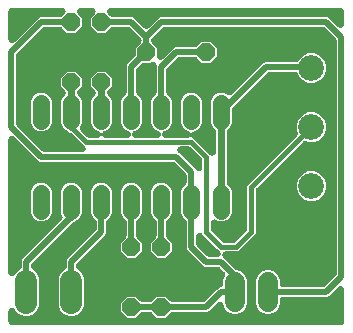
<source format=gbr>
G04 EAGLE Gerber RS-274X export*
G75*
%MOMM*%
%FSLAX34Y34*%
%LPD*%
%INTop Copper*%
%IPPOS*%
%AMOC8*
5,1,8,0,0,1.08239X$1,22.5*%
G01*
%ADD10P,1.594577X8X22.500000*%
%ADD11C,1.473200*%
%ADD12C,1.676400*%
%ADD13P,1.594577X8X112.500000*%
%ADD14C,2.184400*%
%ADD15P,1.594577X8X292.500000*%
%ADD16C,1.879600*%
%ADD17C,0.508000*%
%ADD18C,0.152400*%
%ADD19C,0.609600*%
%ADD20C,0.406400*%

G36*
X291468Y10167D02*
X291468Y10167D01*
X291544Y10165D01*
X291713Y10187D01*
X291884Y10201D01*
X291958Y10219D01*
X292033Y10229D01*
X292197Y10278D01*
X292363Y10319D01*
X292432Y10349D01*
X292506Y10371D01*
X292659Y10447D01*
X292816Y10514D01*
X292880Y10555D01*
X292949Y10588D01*
X293088Y10687D01*
X293232Y10779D01*
X293289Y10830D01*
X293351Y10874D01*
X293472Y10994D01*
X293600Y11108D01*
X293648Y11167D01*
X293702Y11221D01*
X293803Y11359D01*
X293910Y11492D01*
X293947Y11558D01*
X293992Y11619D01*
X294069Y11772D01*
X294154Y11920D01*
X294180Y11992D01*
X294215Y12060D01*
X294266Y12223D01*
X294325Y12383D01*
X294340Y12458D01*
X294363Y12530D01*
X294375Y12635D01*
X294420Y12867D01*
X294427Y13103D01*
X294439Y13208D01*
X294439Y40034D01*
X294436Y40072D01*
X294438Y40110D01*
X294416Y40318D01*
X294399Y40526D01*
X294390Y40563D01*
X294386Y40601D01*
X294331Y40802D01*
X294281Y41005D01*
X294266Y41040D01*
X294255Y41077D01*
X294168Y41267D01*
X294086Y41458D01*
X294066Y41490D01*
X294050Y41525D01*
X293933Y41698D01*
X293821Y41874D01*
X293796Y41903D01*
X293774Y41934D01*
X293631Y42086D01*
X293492Y42242D01*
X293463Y42266D01*
X293437Y42294D01*
X293271Y42421D01*
X293108Y42552D01*
X293075Y42571D01*
X293045Y42594D01*
X292861Y42693D01*
X292680Y42796D01*
X292644Y42809D01*
X292610Y42827D01*
X292413Y42895D01*
X292217Y42968D01*
X292180Y42975D01*
X292144Y42987D01*
X291937Y43022D01*
X291733Y43062D01*
X291695Y43063D01*
X291657Y43070D01*
X291448Y43071D01*
X291240Y43078D01*
X291202Y43073D01*
X291164Y43073D01*
X290957Y43040D01*
X290751Y43013D01*
X290714Y43002D01*
X290677Y42996D01*
X290478Y42931D01*
X290279Y42871D01*
X290244Y42854D01*
X290208Y42842D01*
X290023Y42745D01*
X289835Y42654D01*
X289804Y42632D01*
X289770Y42614D01*
X289698Y42556D01*
X289433Y42368D01*
X289311Y42248D01*
X289237Y42189D01*
X281702Y34654D01*
X280209Y34035D01*
X242824Y34035D01*
X242748Y34029D01*
X242672Y34031D01*
X242503Y34009D01*
X242332Y33995D01*
X242258Y33977D01*
X242183Y33967D01*
X242019Y33918D01*
X241853Y33877D01*
X241784Y33847D01*
X241710Y33825D01*
X241557Y33749D01*
X241400Y33682D01*
X241336Y33641D01*
X241267Y33608D01*
X241128Y33509D01*
X240984Y33417D01*
X240927Y33366D01*
X240865Y33322D01*
X240744Y33202D01*
X240616Y33088D01*
X240568Y33029D01*
X240514Y32975D01*
X240413Y32837D01*
X240306Y32704D01*
X240269Y32638D01*
X240224Y32577D01*
X240147Y32424D01*
X240062Y32276D01*
X240036Y32204D01*
X240001Y32136D01*
X239950Y31973D01*
X239891Y31813D01*
X239876Y31738D01*
X239853Y31666D01*
X239841Y31561D01*
X239796Y31329D01*
X239789Y31093D01*
X239777Y30988D01*
X239777Y27747D01*
X238269Y24106D01*
X235482Y21319D01*
X231841Y19811D01*
X227899Y19811D01*
X224258Y21319D01*
X221471Y24106D01*
X219963Y27747D01*
X219963Y48453D01*
X221471Y52094D01*
X224258Y54881D01*
X227899Y56389D01*
X231841Y56389D01*
X235482Y54881D01*
X238269Y52094D01*
X239777Y48453D01*
X239777Y45212D01*
X239783Y45136D01*
X239781Y45060D01*
X239803Y44890D01*
X239817Y44720D01*
X239835Y44646D01*
X239845Y44571D01*
X239894Y44407D01*
X239935Y44241D01*
X239965Y44172D01*
X239987Y44098D01*
X240063Y43945D01*
X240130Y43788D01*
X240171Y43724D01*
X240204Y43655D01*
X240303Y43516D01*
X240395Y43372D01*
X240446Y43315D01*
X240490Y43253D01*
X240610Y43132D01*
X240724Y43004D01*
X240783Y42956D01*
X240837Y42902D01*
X240975Y42801D01*
X241108Y42694D01*
X241174Y42657D01*
X241235Y42612D01*
X241388Y42535D01*
X241536Y42450D01*
X241608Y42424D01*
X241676Y42389D01*
X241839Y42338D01*
X241999Y42279D01*
X242074Y42264D01*
X242146Y42241D01*
X242251Y42229D01*
X242483Y42184D01*
X242719Y42177D01*
X242824Y42165D01*
X276454Y42165D01*
X276568Y42174D01*
X276682Y42173D01*
X276814Y42194D01*
X276946Y42205D01*
X277057Y42232D01*
X277169Y42250D01*
X277296Y42291D01*
X277425Y42323D01*
X277530Y42368D01*
X277638Y42404D01*
X277756Y42466D01*
X277878Y42518D01*
X277974Y42579D01*
X278076Y42632D01*
X278149Y42691D01*
X278294Y42783D01*
X278536Y42999D01*
X278609Y43057D01*
X287143Y51591D01*
X287217Y51678D01*
X287298Y51758D01*
X287376Y51866D01*
X287462Y51967D01*
X287521Y52065D01*
X287588Y52157D01*
X287648Y52276D01*
X287717Y52390D01*
X287759Y52496D01*
X287811Y52598D01*
X287851Y52724D01*
X287900Y52848D01*
X287925Y52959D01*
X287959Y53068D01*
X287969Y53162D01*
X288007Y53329D01*
X288025Y53654D01*
X288035Y53746D01*
X288035Y251054D01*
X288026Y251168D01*
X288027Y251282D01*
X288006Y251414D01*
X287995Y251546D01*
X287968Y251657D01*
X287950Y251769D01*
X287909Y251896D01*
X287877Y252025D01*
X287832Y252130D01*
X287796Y252238D01*
X287734Y252356D01*
X287682Y252478D01*
X287621Y252574D01*
X287568Y252676D01*
X287509Y252749D01*
X287417Y252894D01*
X287201Y253136D01*
X287143Y253209D01*
X278609Y261743D01*
X278522Y261817D01*
X278442Y261898D01*
X278334Y261976D01*
X278233Y262062D01*
X278135Y262121D01*
X278043Y262188D01*
X277924Y262248D01*
X277810Y262317D01*
X277704Y262359D01*
X277602Y262411D01*
X277476Y262451D01*
X277352Y262500D01*
X277241Y262525D01*
X277132Y262559D01*
X277038Y262569D01*
X276871Y262607D01*
X276546Y262625D01*
X276454Y262635D01*
X142646Y262635D01*
X142532Y262626D01*
X142418Y262627D01*
X142287Y262606D01*
X142154Y262595D01*
X142043Y262568D01*
X141931Y262550D01*
X141804Y262509D01*
X141675Y262477D01*
X141570Y262432D01*
X141462Y262396D01*
X141344Y262334D01*
X141222Y262282D01*
X141126Y262221D01*
X141024Y262168D01*
X140951Y262109D01*
X140806Y262017D01*
X140564Y261801D01*
X140491Y261743D01*
X131966Y253217D01*
X131916Y253159D01*
X131861Y253107D01*
X131757Y252972D01*
X131646Y252841D01*
X131607Y252776D01*
X131560Y252716D01*
X131480Y252565D01*
X131392Y252419D01*
X131363Y252348D01*
X131327Y252281D01*
X131272Y252119D01*
X131208Y251961D01*
X131192Y251886D01*
X131167Y251814D01*
X131139Y251646D01*
X131102Y251479D01*
X131097Y251403D01*
X131085Y251328D01*
X131084Y251157D01*
X131074Y250986D01*
X131082Y250911D01*
X131082Y250834D01*
X131108Y250665D01*
X131126Y250496D01*
X131146Y250423D01*
X131158Y250347D01*
X131212Y250185D01*
X131257Y250020D01*
X131289Y249951D01*
X131312Y249879D01*
X131391Y249727D01*
X131463Y249572D01*
X131505Y249508D01*
X131540Y249441D01*
X131606Y249359D01*
X131738Y249162D01*
X131900Y248990D01*
X131966Y248908D01*
X135891Y244983D01*
X135891Y237896D01*
X135894Y237858D01*
X135892Y237820D01*
X135914Y237612D01*
X135931Y237404D01*
X135940Y237367D01*
X135944Y237329D01*
X135999Y237128D01*
X136049Y236925D01*
X136064Y236890D01*
X136075Y236853D01*
X136162Y236663D01*
X136244Y236472D01*
X136264Y236440D01*
X136280Y236405D01*
X136397Y236232D01*
X136509Y236056D01*
X136534Y236027D01*
X136556Y235996D01*
X136699Y235844D01*
X136838Y235688D01*
X136867Y235664D01*
X136893Y235636D01*
X137059Y235509D01*
X137222Y235378D01*
X137255Y235359D01*
X137285Y235336D01*
X137469Y235237D01*
X137650Y235134D01*
X137686Y235121D01*
X137720Y235103D01*
X137917Y235035D01*
X138113Y234962D01*
X138150Y234955D01*
X138186Y234943D01*
X138393Y234908D01*
X138597Y234868D01*
X138635Y234867D01*
X138673Y234860D01*
X138882Y234859D01*
X139090Y234852D01*
X139128Y234857D01*
X139166Y234857D01*
X139373Y234890D01*
X139579Y234917D01*
X139616Y234928D01*
X139653Y234934D01*
X139852Y234999D01*
X140051Y235059D01*
X140086Y235076D01*
X140122Y235088D01*
X140307Y235185D01*
X140495Y235276D01*
X140526Y235298D01*
X140560Y235316D01*
X140632Y235374D01*
X140897Y235562D01*
X141019Y235682D01*
X141093Y235741D01*
X148525Y243174D01*
X148526Y243174D01*
X150097Y244746D01*
X151591Y245365D01*
X168029Y245365D01*
X168143Y245374D01*
X168257Y245373D01*
X168389Y245394D01*
X168521Y245405D01*
X168632Y245432D01*
X168745Y245450D01*
X168871Y245491D01*
X169000Y245523D01*
X169105Y245568D01*
X169213Y245604D01*
X169331Y245666D01*
X169453Y245718D01*
X169549Y245779D01*
X169651Y245832D01*
X169724Y245891D01*
X169869Y245983D01*
X170111Y246199D01*
X170184Y246257D01*
X174117Y250191D01*
X181483Y250191D01*
X186691Y244983D01*
X186691Y237617D01*
X181483Y232409D01*
X174117Y232409D01*
X170184Y236343D01*
X170097Y236417D01*
X170017Y236498D01*
X169909Y236576D01*
X169808Y236662D01*
X169710Y236721D01*
X169618Y236788D01*
X169499Y236848D01*
X169385Y236917D01*
X169279Y236959D01*
X169177Y237011D01*
X169051Y237051D01*
X168927Y237100D01*
X168816Y237125D01*
X168707Y237159D01*
X168613Y237169D01*
X168446Y237207D01*
X168121Y237225D01*
X168029Y237235D01*
X155346Y237235D01*
X155232Y237226D01*
X155118Y237227D01*
X154986Y237206D01*
X154854Y237195D01*
X154743Y237168D01*
X154631Y237150D01*
X154504Y237109D01*
X154375Y237077D01*
X154270Y237032D01*
X154162Y236996D01*
X154044Y236934D01*
X153922Y236882D01*
X153826Y236821D01*
X153724Y236768D01*
X153651Y236709D01*
X153506Y236617D01*
X153264Y236401D01*
X153191Y236343D01*
X144657Y227809D01*
X144583Y227722D01*
X144502Y227642D01*
X144424Y227534D01*
X144338Y227433D01*
X144279Y227335D01*
X144212Y227243D01*
X144152Y227124D01*
X144083Y227010D01*
X144041Y226904D01*
X143989Y226802D01*
X143949Y226676D01*
X143900Y226552D01*
X143875Y226441D01*
X143841Y226332D01*
X143831Y226238D01*
X143793Y226071D01*
X143775Y225746D01*
X143765Y225654D01*
X143765Y207637D01*
X143774Y207523D01*
X143773Y207409D01*
X143794Y207277D01*
X143805Y207145D01*
X143832Y207034D01*
X143850Y206922D01*
X143891Y206795D01*
X143923Y206666D01*
X143968Y206561D01*
X144004Y206453D01*
X144066Y206335D01*
X144118Y206213D01*
X144179Y206117D01*
X144232Y206015D01*
X144291Y205942D01*
X144383Y205797D01*
X144599Y205555D01*
X144657Y205482D01*
X147237Y202902D01*
X148591Y199635D01*
X148591Y181365D01*
X147237Y178098D01*
X144736Y175597D01*
X142135Y174519D01*
X142008Y174454D01*
X141877Y174398D01*
X141789Y174342D01*
X141696Y174294D01*
X141581Y174209D01*
X141461Y174133D01*
X141383Y174063D01*
X141299Y174001D01*
X141199Y173899D01*
X141093Y173804D01*
X141027Y173723D01*
X140954Y173648D01*
X140873Y173531D01*
X140783Y173420D01*
X140731Y173330D01*
X140671Y173244D01*
X140610Y173116D01*
X140539Y172992D01*
X140503Y172894D01*
X140457Y172799D01*
X140417Y172663D01*
X140368Y172529D01*
X140347Y172427D01*
X140318Y172326D01*
X140300Y172185D01*
X140273Y172045D01*
X140270Y171941D01*
X140257Y171837D01*
X140262Y171694D01*
X140257Y171552D01*
X140271Y171448D01*
X140275Y171344D01*
X140303Y171204D01*
X140322Y171063D01*
X140352Y170963D01*
X140373Y170860D01*
X140423Y170727D01*
X140464Y170590D01*
X140510Y170497D01*
X140547Y170399D01*
X140619Y170275D01*
X140681Y170147D01*
X140742Y170062D01*
X140794Y169972D01*
X140884Y169861D01*
X140967Y169745D01*
X141040Y169671D01*
X141106Y169590D01*
X141213Y169495D01*
X141313Y169394D01*
X141398Y169333D01*
X141476Y169263D01*
X141597Y169187D01*
X141712Y169104D01*
X141805Y169057D01*
X141894Y169001D01*
X142026Y168946D01*
X142153Y168881D01*
X142252Y168850D01*
X142349Y168809D01*
X142487Y168776D01*
X142623Y168733D01*
X142701Y168724D01*
X142828Y168694D01*
X143261Y168661D01*
X143301Y168657D01*
X161499Y168657D01*
X161641Y168668D01*
X161784Y168670D01*
X161887Y168688D01*
X161991Y168697D01*
X162129Y168731D01*
X162270Y168756D01*
X162368Y168790D01*
X162470Y168815D01*
X162601Y168872D01*
X162735Y168919D01*
X162827Y168969D01*
X162923Y169010D01*
X163043Y169086D01*
X163168Y169155D01*
X163251Y169219D01*
X163339Y169275D01*
X163445Y169370D01*
X163558Y169457D01*
X163629Y169534D01*
X163707Y169604D01*
X163796Y169715D01*
X163893Y169819D01*
X163951Y169906D01*
X164017Y169988D01*
X164087Y170111D01*
X164166Y170230D01*
X164209Y170326D01*
X164261Y170416D01*
X164310Y170550D01*
X164369Y170680D01*
X164396Y170781D01*
X164432Y170879D01*
X164460Y171018D01*
X164497Y171156D01*
X164507Y171261D01*
X164511Y171280D01*
X164524Y171078D01*
X164531Y170870D01*
X164539Y170833D01*
X164541Y170795D01*
X164588Y170592D01*
X164629Y170387D01*
X164643Y170351D01*
X164651Y170314D01*
X164730Y170121D01*
X164804Y169925D01*
X164823Y169892D01*
X164837Y169857D01*
X164946Y169679D01*
X165050Y169498D01*
X165075Y169468D01*
X165094Y169436D01*
X165230Y169278D01*
X165363Y169116D01*
X165391Y169091D01*
X165416Y169062D01*
X165576Y168928D01*
X165733Y168790D01*
X165765Y168769D01*
X165794Y168745D01*
X165876Y168700D01*
X166150Y168527D01*
X166309Y168460D01*
X166391Y168415D01*
X167115Y168115D01*
X168544Y166686D01*
X179386Y155844D01*
X180725Y154505D01*
X180754Y154480D01*
X180780Y154452D01*
X180942Y154320D01*
X181101Y154185D01*
X181134Y154166D01*
X181164Y154142D01*
X181345Y154038D01*
X181524Y153931D01*
X181559Y153916D01*
X181592Y153898D01*
X181788Y153825D01*
X181982Y153748D01*
X182019Y153739D01*
X182055Y153726D01*
X182259Y153686D01*
X182463Y153641D01*
X182502Y153639D01*
X182539Y153631D01*
X182747Y153625D01*
X182956Y153613D01*
X182994Y153617D01*
X183032Y153616D01*
X183238Y153643D01*
X183447Y153665D01*
X183483Y153675D01*
X183521Y153680D01*
X183721Y153741D01*
X183922Y153796D01*
X183957Y153812D01*
X183994Y153823D01*
X184181Y153915D01*
X184371Y154002D01*
X184402Y154023D01*
X184437Y154040D01*
X184607Y154161D01*
X184780Y154277D01*
X184808Y154303D01*
X184839Y154325D01*
X184987Y154472D01*
X185140Y154615D01*
X185163Y154645D01*
X185190Y154672D01*
X185313Y154840D01*
X185440Y155006D01*
X185458Y155040D01*
X185480Y155071D01*
X185574Y155257D01*
X185673Y155441D01*
X185685Y155477D01*
X185703Y155511D01*
X185766Y155711D01*
X185833Y155908D01*
X185839Y155945D01*
X185851Y155982D01*
X185861Y156074D01*
X185916Y156394D01*
X185917Y156566D01*
X185927Y156659D01*
X185927Y173871D01*
X185918Y173985D01*
X185919Y174099D01*
X185898Y174231D01*
X185887Y174363D01*
X185860Y174474D01*
X185842Y174587D01*
X185801Y174713D01*
X185769Y174842D01*
X185724Y174947D01*
X185688Y175055D01*
X185626Y175173D01*
X185574Y175295D01*
X185513Y175391D01*
X185460Y175493D01*
X185401Y175566D01*
X185309Y175711D01*
X185093Y175953D01*
X185035Y176026D01*
X182963Y178098D01*
X181609Y181365D01*
X181609Y199635D01*
X182963Y202902D01*
X185464Y205403D01*
X188731Y206757D01*
X192269Y206757D01*
X195546Y205399D01*
X195551Y205394D01*
X195687Y205290D01*
X195817Y205179D01*
X195882Y205140D01*
X195942Y205093D01*
X196093Y205013D01*
X196239Y204925D01*
X196310Y204896D01*
X196377Y204860D01*
X196539Y204805D01*
X196697Y204742D01*
X196772Y204725D01*
X196844Y204700D01*
X197012Y204672D01*
X197179Y204635D01*
X197255Y204630D01*
X197330Y204618D01*
X197501Y204617D01*
X197671Y204607D01*
X197747Y204615D01*
X197823Y204615D01*
X197992Y204641D01*
X198162Y204659D01*
X198235Y204679D01*
X198311Y204691D01*
X198473Y204745D01*
X198638Y204790D01*
X198707Y204822D01*
X198779Y204846D01*
X198931Y204924D01*
X199086Y204996D01*
X199149Y205038D01*
X199217Y205073D01*
X199299Y205139D01*
X199495Y205271D01*
X199668Y205433D01*
X199750Y205499D01*
X226297Y232046D01*
X227791Y232665D01*
X253207Y232665D01*
X253425Y232682D01*
X253642Y232696D01*
X253670Y232702D01*
X253698Y232705D01*
X253911Y232757D01*
X254123Y232806D01*
X254150Y232817D01*
X254177Y232823D01*
X254378Y232910D01*
X254580Y232992D01*
X254604Y233007D01*
X254631Y233018D01*
X254814Y233135D01*
X255001Y233249D01*
X255023Y233268D01*
X255047Y233283D01*
X255209Y233428D01*
X255375Y233571D01*
X255393Y233593D01*
X255415Y233612D01*
X255552Y233781D01*
X255692Y233949D01*
X255703Y233969D01*
X255724Y233996D01*
X255968Y234424D01*
X255996Y234500D01*
X256022Y234546D01*
X256148Y234851D01*
X259649Y238352D01*
X264224Y240247D01*
X269176Y240247D01*
X273751Y238352D01*
X277252Y234851D01*
X279147Y230276D01*
X279147Y225324D01*
X277252Y220749D01*
X273751Y217248D01*
X269176Y215353D01*
X264224Y215353D01*
X259649Y217248D01*
X256148Y220749D01*
X255359Y222654D01*
X255259Y222849D01*
X255164Y223045D01*
X255147Y223068D01*
X255134Y223093D01*
X255004Y223269D01*
X254878Y223447D01*
X254858Y223467D01*
X254841Y223490D01*
X254684Y223643D01*
X254531Y223798D01*
X254509Y223815D01*
X254488Y223835D01*
X254309Y223960D01*
X254133Y224088D01*
X254107Y224101D01*
X254084Y224117D01*
X253887Y224212D01*
X253692Y224311D01*
X253665Y224319D01*
X253639Y224332D01*
X253430Y224393D01*
X253222Y224459D01*
X253198Y224462D01*
X253166Y224471D01*
X252677Y224532D01*
X252596Y224529D01*
X252544Y224535D01*
X231546Y224535D01*
X231432Y224526D01*
X231318Y224527D01*
X231186Y224506D01*
X231054Y224495D01*
X230943Y224468D01*
X230831Y224450D01*
X230704Y224409D01*
X230575Y224377D01*
X230470Y224332D01*
X230362Y224296D01*
X230244Y224234D01*
X230122Y224182D01*
X230026Y224121D01*
X229924Y224068D01*
X229851Y224009D01*
X229706Y223917D01*
X229464Y223701D01*
X229391Y223643D01*
X200283Y194535D01*
X200209Y194448D01*
X200128Y194368D01*
X200050Y194260D01*
X199964Y194159D01*
X199905Y194061D01*
X199838Y193969D01*
X199778Y193850D01*
X199709Y193736D01*
X199667Y193630D01*
X199615Y193528D01*
X199575Y193402D01*
X199526Y193278D01*
X199501Y193167D01*
X199467Y193058D01*
X199457Y192964D01*
X199419Y192797D01*
X199401Y192472D01*
X199391Y192380D01*
X199391Y181365D01*
X198037Y178098D01*
X195965Y176026D01*
X195891Y175939D01*
X195810Y175859D01*
X195732Y175751D01*
X195646Y175650D01*
X195587Y175552D01*
X195520Y175460D01*
X195460Y175341D01*
X195391Y175227D01*
X195349Y175121D01*
X195297Y175019D01*
X195257Y174893D01*
X195208Y174769D01*
X195183Y174658D01*
X195149Y174549D01*
X195139Y174455D01*
X195101Y174288D01*
X195083Y173963D01*
X195073Y173871D01*
X195073Y130929D01*
X195082Y130815D01*
X195081Y130701D01*
X195102Y130569D01*
X195113Y130437D01*
X195140Y130326D01*
X195158Y130213D01*
X195199Y130087D01*
X195231Y129958D01*
X195276Y129853D01*
X195312Y129745D01*
X195374Y129627D01*
X195426Y129505D01*
X195487Y129409D01*
X195540Y129307D01*
X195599Y129234D01*
X195691Y129089D01*
X195907Y128847D01*
X195965Y128774D01*
X198037Y126702D01*
X199391Y123435D01*
X199391Y105165D01*
X198037Y101898D01*
X195536Y99397D01*
X192269Y98043D01*
X188732Y98043D01*
X185570Y99353D01*
X185398Y99408D01*
X185229Y99471D01*
X185164Y99484D01*
X185101Y99504D01*
X184922Y99531D01*
X184745Y99566D01*
X184679Y99568D01*
X184613Y99578D01*
X184432Y99575D01*
X184252Y99581D01*
X184186Y99572D01*
X184119Y99571D01*
X183942Y99540D01*
X183763Y99517D01*
X183699Y99497D01*
X183634Y99486D01*
X183464Y99426D01*
X183290Y99374D01*
X183231Y99345D01*
X183168Y99323D01*
X183009Y99236D01*
X182847Y99157D01*
X182793Y99119D01*
X182735Y99087D01*
X182592Y98976D01*
X182445Y98872D01*
X182398Y98825D01*
X182345Y98784D01*
X182222Y98652D01*
X182094Y98525D01*
X182055Y98471D01*
X182010Y98422D01*
X181910Y98272D01*
X181804Y98126D01*
X181774Y98067D01*
X181737Y98011D01*
X181663Y97847D01*
X181581Y97686D01*
X181561Y97622D01*
X181534Y97562D01*
X181487Y97388D01*
X181433Y97215D01*
X181427Y97163D01*
X181406Y97085D01*
X181357Y96594D01*
X181359Y96561D01*
X181357Y96537D01*
X181357Y91635D01*
X181366Y91522D01*
X181365Y91407D01*
X181386Y91276D01*
X181397Y91144D01*
X181424Y91033D01*
X181442Y90920D01*
X181483Y90794D01*
X181515Y90665D01*
X181560Y90560D01*
X181596Y90451D01*
X181658Y90334D01*
X181710Y90212D01*
X181771Y90115D01*
X181824Y90014D01*
X181883Y89940D01*
X181975Y89795D01*
X182191Y89553D01*
X182249Y89481D01*
X191081Y80649D01*
X191168Y80575D01*
X191248Y80494D01*
X191355Y80416D01*
X191457Y80330D01*
X191555Y80271D01*
X191647Y80204D01*
X191765Y80144D01*
X191879Y80075D01*
X191985Y80033D01*
X192087Y79981D01*
X192214Y79941D01*
X192337Y79892D01*
X192449Y79867D01*
X192558Y79833D01*
X192651Y79823D01*
X192819Y79785D01*
X193143Y79767D01*
X193235Y79757D01*
X200465Y79757D01*
X200578Y79766D01*
X200693Y79765D01*
X200824Y79786D01*
X200956Y79797D01*
X201067Y79824D01*
X201180Y79842D01*
X201306Y79883D01*
X201435Y79915D01*
X201540Y79960D01*
X201649Y79996D01*
X201766Y80058D01*
X201888Y80110D01*
X201985Y80171D01*
X202086Y80224D01*
X202160Y80283D01*
X202305Y80375D01*
X202547Y80591D01*
X202619Y80649D01*
X211451Y89481D01*
X211525Y89568D01*
X211606Y89648D01*
X211684Y89755D01*
X211770Y89857D01*
X211829Y89955D01*
X211896Y90047D01*
X211956Y90165D01*
X212025Y90279D01*
X212067Y90385D01*
X212119Y90487D01*
X212159Y90614D01*
X212208Y90737D01*
X212233Y90849D01*
X212267Y90958D01*
X212277Y91051D01*
X212315Y91219D01*
X212333Y91543D01*
X212343Y91635D01*
X212343Y127707D01*
X212885Y129015D01*
X214314Y130444D01*
X254261Y170391D01*
X254402Y170557D01*
X254547Y170721D01*
X254562Y170745D01*
X254580Y170767D01*
X254693Y170954D01*
X254809Y171139D01*
X254820Y171165D01*
X254835Y171189D01*
X254916Y171392D01*
X255001Y171593D01*
X255007Y171621D01*
X255018Y171647D01*
X255065Y171861D01*
X255116Y172073D01*
X255118Y172101D01*
X255125Y172129D01*
X255137Y172347D01*
X255153Y172565D01*
X255151Y172593D01*
X255152Y172621D01*
X255129Y172839D01*
X255110Y173056D01*
X255104Y173079D01*
X255100Y173112D01*
X254969Y173588D01*
X254936Y173661D01*
X254921Y173712D01*
X254253Y175324D01*
X254253Y180276D01*
X256148Y184851D01*
X259649Y188352D01*
X264224Y190247D01*
X269176Y190247D01*
X273751Y188352D01*
X277252Y184851D01*
X279147Y180276D01*
X279147Y175324D01*
X277252Y170749D01*
X273751Y167248D01*
X269176Y165353D01*
X264224Y165353D01*
X262612Y166021D01*
X262404Y166088D01*
X262197Y166159D01*
X262169Y166164D01*
X262142Y166173D01*
X261926Y166205D01*
X261711Y166242D01*
X261682Y166242D01*
X261654Y166246D01*
X261436Y166243D01*
X261217Y166245D01*
X261189Y166240D01*
X261161Y166240D01*
X260946Y166202D01*
X260730Y166168D01*
X260703Y166159D01*
X260675Y166154D01*
X260470Y166082D01*
X260261Y166014D01*
X260236Y166001D01*
X260209Y165991D01*
X260018Y165887D01*
X259824Y165786D01*
X259806Y165771D01*
X259776Y165755D01*
X259387Y165453D01*
X259332Y165394D01*
X259291Y165361D01*
X220349Y126419D01*
X220275Y126332D01*
X220194Y126252D01*
X220116Y126145D01*
X220030Y126043D01*
X219971Y125945D01*
X219904Y125853D01*
X219844Y125735D01*
X219775Y125621D01*
X219733Y125515D01*
X219681Y125413D01*
X219641Y125286D01*
X219592Y125163D01*
X219567Y125051D01*
X219533Y124942D01*
X219523Y124849D01*
X219485Y124681D01*
X219467Y124357D01*
X219457Y124265D01*
X219457Y88193D01*
X218915Y86885D01*
X205215Y73185D01*
X203907Y72643D01*
X194367Y72643D01*
X194225Y72632D01*
X194082Y72630D01*
X193980Y72612D01*
X193876Y72603D01*
X193737Y72569D01*
X193597Y72544D01*
X193498Y72510D01*
X193397Y72485D01*
X193266Y72428D01*
X193131Y72381D01*
X193039Y72331D01*
X192943Y72290D01*
X192823Y72213D01*
X192698Y72145D01*
X192615Y72081D01*
X192527Y72025D01*
X192421Y71930D01*
X192308Y71842D01*
X192237Y71766D01*
X192160Y71696D01*
X192070Y71585D01*
X191973Y71481D01*
X191915Y71393D01*
X191850Y71312D01*
X191779Y71189D01*
X191700Y71069D01*
X191657Y70974D01*
X191606Y70884D01*
X191556Y70750D01*
X191497Y70620D01*
X191470Y70519D01*
X191434Y70421D01*
X191407Y70281D01*
X191370Y70143D01*
X191359Y70039D01*
X191339Y69937D01*
X191335Y69794D01*
X191321Y69652D01*
X191327Y69548D01*
X191324Y69444D01*
X191343Y69302D01*
X191352Y69160D01*
X191375Y69058D01*
X191388Y68955D01*
X191430Y68818D01*
X191461Y68679D01*
X191501Y68582D01*
X191531Y68483D01*
X191594Y68354D01*
X191647Y68222D01*
X191702Y68133D01*
X191748Y68039D01*
X191830Y67923D01*
X191905Y67801D01*
X191973Y67722D01*
X192033Y67637D01*
X192133Y67536D01*
X192227Y67427D01*
X192307Y67360D01*
X192380Y67286D01*
X192495Y67202D01*
X192605Y67110D01*
X192673Y67072D01*
X192683Y67065D01*
X202549Y57200D01*
X202556Y57194D01*
X202562Y57186D01*
X202744Y57034D01*
X202924Y56880D01*
X202933Y56875D01*
X202940Y56869D01*
X202975Y56850D01*
X203347Y56626D01*
X203469Y56577D01*
X203537Y56539D01*
X207542Y54881D01*
X210329Y52094D01*
X211837Y48453D01*
X211837Y27747D01*
X210329Y24106D01*
X207542Y21319D01*
X203901Y19811D01*
X199959Y19811D01*
X196318Y21319D01*
X193531Y24106D01*
X191974Y27867D01*
X191892Y28027D01*
X191816Y28191D01*
X191779Y28247D01*
X191749Y28306D01*
X191642Y28451D01*
X191541Y28601D01*
X191495Y28649D01*
X191456Y28703D01*
X191327Y28829D01*
X191203Y28960D01*
X191150Y29001D01*
X191103Y29047D01*
X190955Y29151D01*
X190812Y29261D01*
X190753Y29292D01*
X190698Y29330D01*
X190536Y29409D01*
X190377Y29494D01*
X190314Y29515D01*
X190254Y29544D01*
X190081Y29595D01*
X189910Y29654D01*
X189845Y29665D01*
X189781Y29684D01*
X189602Y29706D01*
X189424Y29736D01*
X189357Y29737D01*
X189291Y29745D01*
X189111Y29738D01*
X188931Y29739D01*
X188865Y29729D01*
X188798Y29727D01*
X188622Y29691D01*
X188443Y29663D01*
X188380Y29642D01*
X188315Y29629D01*
X188146Y29565D01*
X187975Y29509D01*
X187916Y29478D01*
X187853Y29454D01*
X187697Y29364D01*
X187537Y29281D01*
X187496Y29248D01*
X187426Y29208D01*
X187044Y28895D01*
X187022Y28870D01*
X187004Y28855D01*
X181675Y23526D01*
X181674Y23526D01*
X180103Y21954D01*
X178609Y21335D01*
X149471Y21335D01*
X149357Y21326D01*
X149243Y21327D01*
X149111Y21306D01*
X148979Y21295D01*
X148868Y21268D01*
X148755Y21250D01*
X148629Y21209D01*
X148500Y21177D01*
X148395Y21132D01*
X148287Y21096D01*
X148169Y21034D01*
X148047Y20982D01*
X147951Y20921D01*
X147849Y20868D01*
X147776Y20809D01*
X147631Y20717D01*
X147389Y20501D01*
X147316Y20443D01*
X143383Y16509D01*
X136017Y16509D01*
X132084Y20443D01*
X131997Y20517D01*
X131917Y20598D01*
X131809Y20676D01*
X131708Y20762D01*
X131610Y20821D01*
X131518Y20888D01*
X131399Y20948D01*
X131285Y21017D01*
X131179Y21059D01*
X131077Y21111D01*
X130951Y21151D01*
X130827Y21200D01*
X130716Y21225D01*
X130607Y21259D01*
X130513Y21269D01*
X130346Y21307D01*
X130021Y21325D01*
X129929Y21335D01*
X124071Y21335D01*
X123957Y21326D01*
X123843Y21327D01*
X123711Y21306D01*
X123579Y21295D01*
X123468Y21268D01*
X123355Y21250D01*
X123229Y21209D01*
X123100Y21177D01*
X122995Y21132D01*
X122887Y21096D01*
X122769Y21034D01*
X122647Y20982D01*
X122551Y20921D01*
X122449Y20868D01*
X122376Y20809D01*
X122231Y20717D01*
X121989Y20501D01*
X121916Y20443D01*
X117983Y16509D01*
X110617Y16509D01*
X105409Y21717D01*
X105409Y29083D01*
X110617Y34291D01*
X117983Y34291D01*
X121916Y30357D01*
X122003Y30283D01*
X122083Y30202D01*
X122191Y30124D01*
X122292Y30038D01*
X122390Y29979D01*
X122482Y29912D01*
X122601Y29852D01*
X122715Y29783D01*
X122821Y29741D01*
X122923Y29689D01*
X123049Y29649D01*
X123173Y29600D01*
X123284Y29575D01*
X123393Y29541D01*
X123487Y29531D01*
X123654Y29493D01*
X123979Y29475D01*
X124071Y29465D01*
X129929Y29465D01*
X130043Y29474D01*
X130157Y29473D01*
X130289Y29494D01*
X130421Y29505D01*
X130532Y29532D01*
X130645Y29550D01*
X130771Y29591D01*
X130900Y29623D01*
X131005Y29668D01*
X131113Y29704D01*
X131231Y29766D01*
X131353Y29818D01*
X131449Y29879D01*
X131551Y29932D01*
X131624Y29991D01*
X131769Y30083D01*
X132011Y30299D01*
X132084Y30357D01*
X136017Y34291D01*
X143383Y34291D01*
X147316Y30357D01*
X147403Y30283D01*
X147483Y30202D01*
X147591Y30124D01*
X147692Y30038D01*
X147790Y29979D01*
X147882Y29912D01*
X148001Y29852D01*
X148115Y29783D01*
X148221Y29741D01*
X148323Y29689D01*
X148449Y29649D01*
X148573Y29600D01*
X148684Y29575D01*
X148793Y29541D01*
X148887Y29531D01*
X149054Y29493D01*
X149379Y29475D01*
X149471Y29465D01*
X174854Y29465D01*
X174968Y29474D01*
X175082Y29473D01*
X175214Y29494D01*
X175346Y29505D01*
X175457Y29532D01*
X175570Y29550D01*
X175696Y29591D01*
X175825Y29623D01*
X175930Y29668D01*
X176038Y29704D01*
X176156Y29766D01*
X176278Y29818D01*
X176374Y29879D01*
X176476Y29932D01*
X176549Y29991D01*
X176694Y30083D01*
X176936Y30299D01*
X177009Y30357D01*
X186625Y39974D01*
X186626Y39974D01*
X188197Y41546D01*
X190142Y42351D01*
X190336Y42451D01*
X190533Y42547D01*
X190556Y42564D01*
X190581Y42576D01*
X190757Y42706D01*
X190935Y42833D01*
X190955Y42853D01*
X190978Y42869D01*
X191131Y43026D01*
X191286Y43179D01*
X191303Y43202D01*
X191323Y43223D01*
X191448Y43402D01*
X191576Y43578D01*
X191589Y43603D01*
X191605Y43627D01*
X191700Y43824D01*
X191799Y44018D01*
X191807Y44045D01*
X191820Y44071D01*
X191881Y44281D01*
X191947Y44489D01*
X191950Y44512D01*
X191959Y44544D01*
X192020Y45034D01*
X192017Y45114D01*
X192023Y45167D01*
X192023Y48453D01*
X193522Y52070D01*
X193588Y52277D01*
X193659Y52484D01*
X193664Y52512D01*
X193673Y52539D01*
X193705Y52755D01*
X193742Y52971D01*
X193742Y52999D01*
X193746Y53027D01*
X193744Y53245D01*
X193745Y53464D01*
X193741Y53492D01*
X193740Y53520D01*
X193702Y53735D01*
X193668Y53951D01*
X193659Y53978D01*
X193655Y54006D01*
X193583Y54212D01*
X193514Y54420D01*
X193501Y54445D01*
X193492Y54472D01*
X193387Y54663D01*
X193286Y54857D01*
X193272Y54876D01*
X193256Y54905D01*
X192953Y55295D01*
X192894Y55349D01*
X192861Y55391D01*
X189709Y58543D01*
X189622Y58617D01*
X189542Y58698D01*
X189434Y58776D01*
X189333Y58862D01*
X189235Y58921D01*
X189143Y58988D01*
X189024Y59048D01*
X188910Y59117D01*
X188804Y59159D01*
X188702Y59211D01*
X188576Y59251D01*
X188452Y59300D01*
X188341Y59325D01*
X188232Y59359D01*
X188138Y59369D01*
X187971Y59407D01*
X187646Y59425D01*
X187554Y59435D01*
X176991Y59435D01*
X175497Y60054D01*
X161654Y73897D01*
X161035Y75391D01*
X161035Y97163D01*
X161026Y97277D01*
X161027Y97391D01*
X161006Y97523D01*
X160995Y97655D01*
X160968Y97766D01*
X160950Y97878D01*
X160909Y98005D01*
X160877Y98134D01*
X160832Y98239D01*
X160796Y98347D01*
X160734Y98465D01*
X160682Y98587D01*
X160621Y98683D01*
X160568Y98785D01*
X160509Y98858D01*
X160417Y99003D01*
X160201Y99245D01*
X160143Y99318D01*
X157563Y101898D01*
X156209Y105165D01*
X156209Y123435D01*
X157563Y126702D01*
X160143Y129282D01*
X160217Y129369D01*
X160298Y129449D01*
X160376Y129557D01*
X160462Y129658D01*
X160521Y129756D01*
X160588Y129848D01*
X160648Y129967D01*
X160717Y130081D01*
X160759Y130187D01*
X160811Y130289D01*
X160851Y130415D01*
X160900Y130539D01*
X160925Y130650D01*
X160959Y130759D01*
X160969Y130853D01*
X161007Y131020D01*
X161025Y131345D01*
X161035Y131437D01*
X161035Y136754D01*
X161026Y136868D01*
X161027Y136982D01*
X161006Y137114D01*
X160995Y137246D01*
X160968Y137357D01*
X160950Y137469D01*
X160909Y137596D01*
X160877Y137725D01*
X160832Y137830D01*
X160796Y137938D01*
X160734Y138056D01*
X160682Y138178D01*
X160621Y138274D01*
X160568Y138376D01*
X160509Y138449D01*
X160417Y138594D01*
X160201Y138836D01*
X160143Y138909D01*
X151609Y147443D01*
X151522Y147517D01*
X151442Y147598D01*
X151334Y147676D01*
X151233Y147762D01*
X151135Y147821D01*
X151043Y147888D01*
X150924Y147948D01*
X150810Y148017D01*
X150704Y148059D01*
X150602Y148111D01*
X150476Y148151D01*
X150352Y148200D01*
X150241Y148225D01*
X150132Y148259D01*
X150038Y148269D01*
X149871Y148307D01*
X149546Y148325D01*
X149454Y148335D01*
X37291Y148335D01*
X35797Y148954D01*
X34225Y150526D01*
X15363Y169389D01*
X15334Y169413D01*
X15308Y169442D01*
X15146Y169573D01*
X14987Y169708D01*
X14954Y169728D01*
X14924Y169752D01*
X14744Y169855D01*
X14564Y169963D01*
X14529Y169977D01*
X14496Y169996D01*
X14300Y170069D01*
X14106Y170146D01*
X14069Y170154D01*
X14033Y170168D01*
X13828Y170208D01*
X13624Y170253D01*
X13586Y170255D01*
X13549Y170262D01*
X13341Y170269D01*
X13132Y170280D01*
X13094Y170276D01*
X13056Y170278D01*
X12849Y170250D01*
X12641Y170228D01*
X12605Y170218D01*
X12567Y170213D01*
X12367Y170153D01*
X12166Y170098D01*
X12131Y170082D01*
X12094Y170071D01*
X11907Y169979D01*
X11717Y169892D01*
X11685Y169871D01*
X11651Y169854D01*
X11482Y169733D01*
X11308Y169617D01*
X11280Y169590D01*
X11249Y169568D01*
X11101Y169422D01*
X10948Y169279D01*
X10925Y169248D01*
X10898Y169222D01*
X10775Y169053D01*
X10648Y168887D01*
X10630Y168854D01*
X10608Y168823D01*
X10514Y168637D01*
X10415Y168453D01*
X10403Y168416D01*
X10385Y168382D01*
X10323Y168183D01*
X10255Y167986D01*
X10249Y167948D01*
X10237Y167912D01*
X10227Y167820D01*
X10172Y167499D01*
X10171Y167327D01*
X10161Y167234D01*
X10161Y54569D01*
X10172Y54427D01*
X10174Y54284D01*
X10192Y54181D01*
X10201Y54077D01*
X10235Y53939D01*
X10260Y53799D01*
X10294Y53700D01*
X10319Y53599D01*
X10376Y53468D01*
X10423Y53333D01*
X10473Y53241D01*
X10514Y53145D01*
X10590Y53025D01*
X10659Y52900D01*
X10723Y52817D01*
X10779Y52729D01*
X10874Y52623D01*
X10961Y52510D01*
X11038Y52439D01*
X11108Y52361D01*
X11219Y52272D01*
X11323Y52175D01*
X11410Y52117D01*
X11492Y52051D01*
X11615Y51981D01*
X11734Y51902D01*
X11829Y51859D01*
X11920Y51807D01*
X12054Y51758D01*
X12184Y51699D01*
X12285Y51672D01*
X12383Y51636D01*
X12523Y51608D01*
X12660Y51571D01*
X12765Y51561D01*
X12867Y51541D01*
X13009Y51537D01*
X13151Y51522D01*
X13256Y51529D01*
X13360Y51526D01*
X13501Y51544D01*
X13644Y51553D01*
X13746Y51576D01*
X13849Y51590D01*
X13986Y51631D01*
X14125Y51663D01*
X14221Y51702D01*
X14321Y51733D01*
X14450Y51795D01*
X14582Y51849D01*
X14671Y51904D01*
X14765Y51949D01*
X14881Y52032D01*
X15003Y52106D01*
X15082Y52175D01*
X15167Y52235D01*
X15268Y52335D01*
X15376Y52428D01*
X15444Y52508D01*
X15518Y52582D01*
X15602Y52697D01*
X15693Y52806D01*
X15731Y52875D01*
X15808Y52980D01*
X16004Y53368D01*
X16023Y53403D01*
X16140Y53685D01*
X19213Y56758D01*
X19454Y56858D01*
X19648Y56957D01*
X19845Y57053D01*
X19868Y57070D01*
X19893Y57083D01*
X20069Y57213D01*
X20247Y57339D01*
X20267Y57359D01*
X20290Y57376D01*
X20443Y57532D01*
X20598Y57686D01*
X20615Y57709D01*
X20635Y57729D01*
X20760Y57908D01*
X20888Y58084D01*
X20901Y58110D01*
X20917Y58133D01*
X21012Y58330D01*
X21111Y58525D01*
X21119Y58552D01*
X21132Y58578D01*
X21193Y58787D01*
X21259Y58995D01*
X21262Y59019D01*
X21271Y59051D01*
X21332Y59540D01*
X21329Y59621D01*
X21335Y59673D01*
X21335Y64309D01*
X21954Y65803D01*
X23526Y67375D01*
X55134Y98983D01*
X55275Y99148D01*
X55420Y99313D01*
X55435Y99337D01*
X55454Y99359D01*
X55567Y99546D01*
X55683Y99731D01*
X55694Y99757D01*
X55708Y99781D01*
X55790Y99984D01*
X55874Y100185D01*
X55881Y100213D01*
X55891Y100239D01*
X55939Y100452D01*
X55990Y100665D01*
X55992Y100693D01*
X55998Y100721D01*
X56010Y100939D01*
X56027Y101157D01*
X56024Y101185D01*
X56026Y101213D01*
X56003Y101431D01*
X55984Y101648D01*
X55977Y101671D01*
X55974Y101704D01*
X55843Y102180D01*
X55809Y102253D01*
X55795Y102303D01*
X54609Y105166D01*
X54609Y123435D01*
X55963Y126702D01*
X58464Y129203D01*
X61731Y130557D01*
X65269Y130557D01*
X68536Y129203D01*
X71037Y126702D01*
X72391Y123435D01*
X72391Y105165D01*
X71037Y101898D01*
X68536Y99397D01*
X67777Y99083D01*
X67769Y99078D01*
X67759Y99075D01*
X67550Y98966D01*
X67338Y98857D01*
X67331Y98852D01*
X67322Y98847D01*
X67291Y98822D01*
X66941Y98565D01*
X66850Y98471D01*
X66789Y98422D01*
X66090Y97723D01*
X65424Y97447D01*
X65415Y97443D01*
X65406Y97440D01*
X65195Y97330D01*
X64985Y97222D01*
X64977Y97217D01*
X64968Y97212D01*
X64937Y97187D01*
X64588Y96929D01*
X64496Y96836D01*
X64435Y96787D01*
X30357Y62709D01*
X30283Y62622D01*
X30202Y62542D01*
X30124Y62434D01*
X30038Y62333D01*
X29979Y62235D01*
X29912Y62143D01*
X29852Y62024D01*
X29783Y61910D01*
X29741Y61804D01*
X29689Y61702D01*
X29649Y61576D01*
X29600Y61452D01*
X29575Y61341D01*
X29541Y61232D01*
X29531Y61138D01*
X29493Y60971D01*
X29475Y60646D01*
X29465Y60554D01*
X29465Y59673D01*
X29482Y59455D01*
X29496Y59237D01*
X29502Y59210D01*
X29505Y59181D01*
X29557Y58969D01*
X29606Y58757D01*
X29617Y58730D01*
X29623Y58703D01*
X29710Y58502D01*
X29792Y58300D01*
X29807Y58275D01*
X29818Y58249D01*
X29935Y58065D01*
X30049Y57879D01*
X30068Y57857D01*
X30083Y57833D01*
X30228Y57671D01*
X30371Y57505D01*
X30393Y57486D01*
X30412Y57465D01*
X30581Y57328D01*
X30749Y57188D01*
X30770Y57176D01*
X30796Y57155D01*
X31224Y56911D01*
X31300Y56883D01*
X31346Y56858D01*
X31587Y56758D01*
X34660Y53685D01*
X36323Y49671D01*
X36323Y26529D01*
X34660Y22515D01*
X31587Y19442D01*
X27573Y17779D01*
X23227Y17779D01*
X19213Y19442D01*
X16140Y22515D01*
X16023Y22797D01*
X15958Y22924D01*
X15902Y23055D01*
X15846Y23143D01*
X15798Y23236D01*
X15713Y23351D01*
X15637Y23471D01*
X15567Y23549D01*
X15505Y23633D01*
X15403Y23732D01*
X15308Y23839D01*
X15227Y23904D01*
X15152Y23977D01*
X15035Y24059D01*
X14924Y24149D01*
X14834Y24200D01*
X14748Y24260D01*
X14620Y24322D01*
X14496Y24393D01*
X14398Y24429D01*
X14304Y24474D01*
X14167Y24515D01*
X14033Y24564D01*
X13930Y24584D01*
X13830Y24614D01*
X13689Y24632D01*
X13549Y24659D01*
X13445Y24662D01*
X13341Y24675D01*
X13198Y24670D01*
X13056Y24674D01*
X12952Y24661D01*
X12848Y24657D01*
X12708Y24629D01*
X12567Y24610D01*
X12467Y24580D01*
X12364Y24559D01*
X12231Y24509D01*
X12094Y24467D01*
X12001Y24421D01*
X11903Y24385D01*
X11779Y24313D01*
X11651Y24251D01*
X11566Y24190D01*
X11476Y24138D01*
X11365Y24048D01*
X11249Y23965D01*
X11175Y23892D01*
X11094Y23825D01*
X11000Y23719D01*
X10898Y23618D01*
X10837Y23534D01*
X10767Y23456D01*
X10691Y23335D01*
X10608Y23220D01*
X10561Y23126D01*
X10505Y23038D01*
X10450Y22906D01*
X10385Y22779D01*
X10354Y22679D01*
X10313Y22583D01*
X10280Y22445D01*
X10237Y22309D01*
X10228Y22231D01*
X10198Y22104D01*
X10165Y21671D01*
X10161Y21631D01*
X10161Y13208D01*
X10167Y13132D01*
X10165Y13056D01*
X10187Y12887D01*
X10201Y12716D01*
X10219Y12642D01*
X10229Y12567D01*
X10278Y12403D01*
X10319Y12237D01*
X10349Y12168D01*
X10371Y12094D01*
X10447Y11941D01*
X10514Y11784D01*
X10555Y11720D01*
X10588Y11651D01*
X10687Y11512D01*
X10779Y11368D01*
X10830Y11311D01*
X10874Y11249D01*
X10994Y11128D01*
X11108Y11000D01*
X11167Y10952D01*
X11221Y10898D01*
X11359Y10797D01*
X11492Y10690D01*
X11558Y10653D01*
X11619Y10608D01*
X11772Y10531D01*
X11920Y10446D01*
X11992Y10420D01*
X12060Y10385D01*
X12223Y10334D01*
X12383Y10275D01*
X12458Y10260D01*
X12530Y10237D01*
X12635Y10225D01*
X12867Y10180D01*
X13103Y10173D01*
X13208Y10161D01*
X291392Y10161D01*
X291468Y10167D01*
G37*
G36*
X72487Y156468D02*
X72487Y156468D01*
X72525Y156466D01*
X72732Y156488D01*
X72940Y156505D01*
X72977Y156514D01*
X73015Y156518D01*
X73216Y156573D01*
X73419Y156623D01*
X73454Y156638D01*
X73491Y156649D01*
X73681Y156736D01*
X73873Y156818D01*
X73905Y156838D01*
X73939Y156854D01*
X74113Y156971D01*
X74289Y157083D01*
X74317Y157108D01*
X74349Y157130D01*
X74501Y157273D01*
X74656Y157412D01*
X74680Y157441D01*
X74708Y157467D01*
X74835Y157633D01*
X74966Y157796D01*
X74985Y157829D01*
X75008Y157859D01*
X75107Y158043D01*
X75210Y158224D01*
X75224Y158260D01*
X75242Y158294D01*
X75309Y158491D01*
X75382Y158687D01*
X75389Y158724D01*
X75402Y158760D01*
X75437Y158967D01*
X75477Y159171D01*
X75478Y159209D01*
X75484Y159247D01*
X75486Y159456D01*
X75492Y159664D01*
X75487Y159702D01*
X75487Y159740D01*
X75455Y159947D01*
X75428Y160153D01*
X75417Y160190D01*
X75411Y160227D01*
X75345Y160426D01*
X75285Y160625D01*
X75268Y160660D01*
X75256Y160696D01*
X75160Y160881D01*
X75068Y161069D01*
X75046Y161100D01*
X75029Y161134D01*
X74971Y161206D01*
X74783Y161471D01*
X74662Y161593D01*
X74603Y161667D01*
X63791Y172479D01*
X63784Y172485D01*
X63778Y172492D01*
X63595Y172646D01*
X63415Y172798D01*
X63407Y172803D01*
X63400Y172810D01*
X63365Y172829D01*
X62993Y173053D01*
X62871Y173101D01*
X62803Y173139D01*
X60910Y173923D01*
X60211Y174622D01*
X60204Y174628D01*
X60198Y174636D01*
X60015Y174789D01*
X59835Y174941D01*
X59827Y174946D01*
X59820Y174953D01*
X59784Y174972D01*
X59413Y175196D01*
X59291Y175244D01*
X59223Y175282D01*
X58464Y175597D01*
X55963Y178098D01*
X54609Y181365D01*
X54609Y199635D01*
X55963Y202902D01*
X57789Y204728D01*
X57838Y204786D01*
X57894Y204839D01*
X57998Y204974D01*
X58108Y205104D01*
X58148Y205169D01*
X58194Y205230D01*
X58275Y205381D01*
X58363Y205527D01*
X58391Y205597D01*
X58427Y205665D01*
X58483Y205826D01*
X58546Y205985D01*
X58563Y206059D01*
X58587Y206131D01*
X58616Y206300D01*
X58653Y206467D01*
X58657Y206543D01*
X58670Y206618D01*
X58671Y206789D01*
X58680Y206959D01*
X58672Y207035D01*
X58673Y207111D01*
X58646Y207280D01*
X58628Y207450D01*
X58608Y207523D01*
X58596Y207598D01*
X58543Y207761D01*
X58498Y207925D01*
X58466Y207995D01*
X58442Y208067D01*
X58363Y208219D01*
X58292Y208374D01*
X58249Y208437D01*
X58214Y208505D01*
X58148Y208587D01*
X58017Y208783D01*
X57855Y208955D01*
X57789Y209038D01*
X54609Y212217D01*
X54609Y219583D01*
X59817Y224791D01*
X67183Y224791D01*
X72391Y219583D01*
X72391Y212217D01*
X69211Y209038D01*
X69162Y208980D01*
X69106Y208928D01*
X69002Y208792D01*
X68892Y208662D01*
X68852Y208597D01*
X68806Y208536D01*
X68725Y208385D01*
X68637Y208239D01*
X68609Y208169D01*
X68573Y208101D01*
X68517Y207940D01*
X68454Y207781D01*
X68437Y207707D01*
X68413Y207635D01*
X68384Y207466D01*
X68347Y207300D01*
X68343Y207223D01*
X68330Y207148D01*
X68329Y206977D01*
X68320Y206807D01*
X68328Y206731D01*
X68327Y206655D01*
X68354Y206486D01*
X68372Y206316D01*
X68392Y206243D01*
X68404Y206168D01*
X68457Y206005D01*
X68502Y205841D01*
X68534Y205771D01*
X68558Y205699D01*
X68637Y205548D01*
X68708Y205392D01*
X68751Y205329D01*
X68786Y205261D01*
X68851Y205179D01*
X68983Y204983D01*
X69145Y204811D01*
X69211Y204728D01*
X71037Y202902D01*
X72391Y199635D01*
X72391Y181366D01*
X70995Y177995D01*
X70928Y177788D01*
X70857Y177581D01*
X70852Y177553D01*
X70844Y177526D01*
X70811Y177310D01*
X70774Y177095D01*
X70774Y177066D01*
X70770Y177038D01*
X70773Y176820D01*
X70771Y176601D01*
X70776Y176573D01*
X70776Y176545D01*
X70814Y176330D01*
X70848Y176114D01*
X70857Y176087D01*
X70862Y176059D01*
X70934Y175853D01*
X71002Y175645D01*
X71015Y175620D01*
X71025Y175593D01*
X71129Y175401D01*
X71230Y175208D01*
X71245Y175190D01*
X71261Y175160D01*
X71563Y174771D01*
X71622Y174716D01*
X71655Y174675D01*
X76781Y169549D01*
X76868Y169475D01*
X76948Y169394D01*
X77055Y169316D01*
X77157Y169230D01*
X77254Y169171D01*
X77347Y169104D01*
X77465Y169044D01*
X77579Y168975D01*
X77685Y168933D01*
X77787Y168881D01*
X77914Y168841D01*
X78037Y168792D01*
X78149Y168767D01*
X78258Y168733D01*
X78351Y168723D01*
X78519Y168685D01*
X78843Y168667D01*
X78935Y168657D01*
X85299Y168657D01*
X85441Y168668D01*
X85584Y168670D01*
X85687Y168688D01*
X85791Y168697D01*
X85929Y168731D01*
X86070Y168756D01*
X86168Y168790D01*
X86270Y168815D01*
X86401Y168872D01*
X86535Y168919D01*
X86627Y168969D01*
X86723Y169010D01*
X86843Y169086D01*
X86968Y169155D01*
X87051Y169219D01*
X87139Y169275D01*
X87245Y169370D01*
X87358Y169457D01*
X87429Y169534D01*
X87507Y169604D01*
X87596Y169715D01*
X87693Y169819D01*
X87751Y169906D01*
X87817Y169988D01*
X87887Y170111D01*
X87966Y170230D01*
X88009Y170326D01*
X88061Y170416D01*
X88110Y170550D01*
X88169Y170680D01*
X88196Y170781D01*
X88232Y170879D01*
X88260Y171018D01*
X88297Y171156D01*
X88307Y171261D01*
X88327Y171363D01*
X88332Y171505D01*
X88346Y171647D01*
X88339Y171752D01*
X88343Y171856D01*
X88324Y171997D01*
X88315Y172140D01*
X88292Y172241D01*
X88278Y172345D01*
X88237Y172482D01*
X88205Y172621D01*
X88166Y172717D01*
X88136Y172817D01*
X88073Y172946D01*
X88019Y173078D01*
X87965Y173167D01*
X87919Y173261D01*
X87836Y173377D01*
X87762Y173498D01*
X87694Y173578D01*
X87633Y173663D01*
X87533Y173764D01*
X87440Y173872D01*
X87360Y173940D01*
X87287Y174014D01*
X87171Y174098D01*
X87062Y174189D01*
X86993Y174227D01*
X86888Y174304D01*
X86501Y174500D01*
X86465Y174519D01*
X83864Y175597D01*
X81363Y178098D01*
X80009Y181365D01*
X80009Y199635D01*
X81363Y202902D01*
X83189Y204728D01*
X83238Y204786D01*
X83294Y204839D01*
X83398Y204974D01*
X83508Y205104D01*
X83548Y205169D01*
X83594Y205230D01*
X83675Y205381D01*
X83763Y205527D01*
X83791Y205597D01*
X83827Y205665D01*
X83883Y205826D01*
X83946Y205985D01*
X83963Y206059D01*
X83987Y206131D01*
X84016Y206300D01*
X84053Y206467D01*
X84057Y206543D01*
X84070Y206618D01*
X84071Y206789D01*
X84080Y206959D01*
X84072Y207035D01*
X84073Y207111D01*
X84046Y207280D01*
X84028Y207450D01*
X84008Y207523D01*
X83996Y207598D01*
X83943Y207761D01*
X83898Y207925D01*
X83866Y207995D01*
X83842Y208067D01*
X83763Y208219D01*
X83692Y208374D01*
X83649Y208437D01*
X83614Y208505D01*
X83548Y208587D01*
X83417Y208783D01*
X83255Y208955D01*
X83189Y209038D01*
X80009Y212217D01*
X80009Y219583D01*
X85217Y224791D01*
X92583Y224791D01*
X97791Y219583D01*
X97791Y212217D01*
X94611Y209038D01*
X94562Y208980D01*
X94506Y208928D01*
X94402Y208792D01*
X94292Y208662D01*
X94252Y208597D01*
X94206Y208536D01*
X94125Y208385D01*
X94037Y208239D01*
X94009Y208169D01*
X93973Y208101D01*
X93917Y207940D01*
X93854Y207781D01*
X93837Y207707D01*
X93813Y207635D01*
X93784Y207466D01*
X93747Y207300D01*
X93743Y207223D01*
X93730Y207148D01*
X93729Y206977D01*
X93720Y206807D01*
X93728Y206731D01*
X93727Y206655D01*
X93754Y206486D01*
X93772Y206316D01*
X93792Y206243D01*
X93804Y206168D01*
X93857Y206005D01*
X93902Y205841D01*
X93934Y205771D01*
X93958Y205699D01*
X94037Y205548D01*
X94108Y205392D01*
X94151Y205329D01*
X94186Y205261D01*
X94251Y205179D01*
X94383Y204983D01*
X94545Y204811D01*
X94611Y204728D01*
X96437Y202902D01*
X97791Y199635D01*
X97791Y181365D01*
X96437Y178098D01*
X93936Y175597D01*
X91335Y174519D01*
X91208Y174454D01*
X91077Y174398D01*
X90989Y174342D01*
X90896Y174294D01*
X90781Y174209D01*
X90661Y174133D01*
X90583Y174063D01*
X90499Y174001D01*
X90399Y173899D01*
X90293Y173804D01*
X90227Y173723D01*
X90154Y173648D01*
X90073Y173531D01*
X89983Y173420D01*
X89931Y173330D01*
X89871Y173244D01*
X89810Y173116D01*
X89739Y172992D01*
X89703Y172894D01*
X89657Y172799D01*
X89617Y172663D01*
X89568Y172529D01*
X89547Y172427D01*
X89518Y172326D01*
X89500Y172185D01*
X89473Y172045D01*
X89470Y171941D01*
X89457Y171837D01*
X89462Y171694D01*
X89457Y171552D01*
X89471Y171448D01*
X89475Y171344D01*
X89503Y171204D01*
X89522Y171063D01*
X89552Y170963D01*
X89573Y170860D01*
X89623Y170727D01*
X89664Y170590D01*
X89710Y170497D01*
X89747Y170399D01*
X89819Y170275D01*
X89881Y170147D01*
X89942Y170062D01*
X89994Y169972D01*
X90084Y169861D01*
X90167Y169745D01*
X90240Y169671D01*
X90306Y169590D01*
X90413Y169495D01*
X90513Y169394D01*
X90598Y169333D01*
X90676Y169263D01*
X90797Y169187D01*
X90912Y169104D01*
X91005Y169057D01*
X91094Y169001D01*
X91226Y168946D01*
X91353Y168881D01*
X91452Y168850D01*
X91549Y168809D01*
X91687Y168776D01*
X91823Y168733D01*
X91901Y168724D01*
X92028Y168694D01*
X92461Y168661D01*
X92501Y168657D01*
X110699Y168657D01*
X110841Y168668D01*
X110984Y168670D01*
X111087Y168688D01*
X111191Y168697D01*
X111329Y168731D01*
X111470Y168756D01*
X111568Y168790D01*
X111670Y168815D01*
X111801Y168872D01*
X111935Y168919D01*
X112027Y168969D01*
X112123Y169010D01*
X112243Y169086D01*
X112368Y169155D01*
X112451Y169219D01*
X112539Y169275D01*
X112645Y169370D01*
X112758Y169457D01*
X112829Y169534D01*
X112907Y169604D01*
X112996Y169715D01*
X113093Y169819D01*
X113151Y169906D01*
X113217Y169988D01*
X113287Y170111D01*
X113366Y170230D01*
X113409Y170326D01*
X113461Y170416D01*
X113510Y170550D01*
X113569Y170680D01*
X113596Y170781D01*
X113632Y170879D01*
X113660Y171018D01*
X113697Y171156D01*
X113707Y171261D01*
X113727Y171363D01*
X113732Y171505D01*
X113746Y171647D01*
X113739Y171752D01*
X113743Y171856D01*
X113724Y171997D01*
X113715Y172140D01*
X113692Y172241D01*
X113678Y172345D01*
X113637Y172482D01*
X113605Y172621D01*
X113566Y172717D01*
X113536Y172817D01*
X113473Y172946D01*
X113419Y173078D01*
X113365Y173167D01*
X113319Y173261D01*
X113236Y173377D01*
X113162Y173498D01*
X113094Y173578D01*
X113033Y173663D01*
X112933Y173764D01*
X112840Y173872D01*
X112760Y173940D01*
X112687Y174014D01*
X112571Y174098D01*
X112462Y174189D01*
X112393Y174227D01*
X112288Y174304D01*
X111901Y174500D01*
X111865Y174519D01*
X109264Y175597D01*
X106763Y178098D01*
X105409Y181365D01*
X105409Y199635D01*
X106763Y202902D01*
X109343Y205482D01*
X109417Y205569D01*
X109498Y205649D01*
X109576Y205757D01*
X109662Y205858D01*
X109721Y205956D01*
X109788Y206048D01*
X109848Y206167D01*
X109917Y206281D01*
X109959Y206387D01*
X110011Y206489D01*
X110051Y206615D01*
X110100Y206739D01*
X110125Y206850D01*
X110159Y206959D01*
X110169Y207053D01*
X110207Y207220D01*
X110225Y207545D01*
X110235Y207637D01*
X110235Y229409D01*
X110854Y230903D01*
X117217Y237265D01*
X117291Y237352D01*
X117372Y237432D01*
X117450Y237540D01*
X117536Y237641D01*
X117595Y237739D01*
X117662Y237831D01*
X117722Y237950D01*
X117791Y238064D01*
X117833Y238170D01*
X117885Y238272D01*
X117925Y238398D01*
X117974Y238522D01*
X117999Y238633D01*
X118033Y238742D01*
X118043Y238836D01*
X118081Y239003D01*
X118099Y239328D01*
X118109Y239420D01*
X118109Y244983D01*
X122034Y248908D01*
X122084Y248966D01*
X122139Y249018D01*
X122243Y249153D01*
X122354Y249284D01*
X122393Y249349D01*
X122440Y249409D01*
X122520Y249560D01*
X122608Y249706D01*
X122637Y249777D01*
X122673Y249844D01*
X122728Y250006D01*
X122792Y250164D01*
X122808Y250239D01*
X122833Y250311D01*
X122861Y250479D01*
X122898Y250646D01*
X122903Y250722D01*
X122915Y250797D01*
X122916Y250968D01*
X122926Y251139D01*
X122918Y251214D01*
X122918Y251291D01*
X122892Y251459D01*
X122874Y251629D01*
X122854Y251702D01*
X122842Y251778D01*
X122788Y251940D01*
X122743Y252105D01*
X122711Y252174D01*
X122688Y252246D01*
X122609Y252398D01*
X122537Y252553D01*
X122495Y252616D01*
X122460Y252684D01*
X122394Y252766D01*
X122262Y252963D01*
X122100Y253135D01*
X122034Y253217D01*
X113509Y261743D01*
X113422Y261817D01*
X113342Y261898D01*
X113234Y261976D01*
X113133Y262062D01*
X113035Y262121D01*
X112943Y262188D01*
X112824Y262248D01*
X112710Y262317D01*
X112604Y262359D01*
X112502Y262411D01*
X112376Y262451D01*
X112252Y262500D01*
X112141Y262525D01*
X112032Y262559D01*
X111938Y262569D01*
X111771Y262607D01*
X111446Y262625D01*
X111354Y262635D01*
X98671Y262635D01*
X98557Y262626D01*
X98443Y262627D01*
X98311Y262606D01*
X98179Y262595D01*
X98068Y262568D01*
X97955Y262550D01*
X97829Y262509D01*
X97700Y262477D01*
X97595Y262432D01*
X97487Y262396D01*
X97369Y262334D01*
X97247Y262282D01*
X97151Y262221D01*
X97049Y262168D01*
X96976Y262109D01*
X96831Y262017D01*
X96589Y261801D01*
X96516Y261743D01*
X92583Y257809D01*
X85217Y257809D01*
X80009Y263017D01*
X80009Y270383D01*
X83064Y273437D01*
X83089Y273466D01*
X83117Y273492D01*
X83248Y273654D01*
X83383Y273813D01*
X83403Y273846D01*
X83427Y273876D01*
X83530Y274057D01*
X83638Y274236D01*
X83652Y274271D01*
X83671Y274304D01*
X83744Y274500D01*
X83821Y274694D01*
X83829Y274731D01*
X83843Y274767D01*
X83883Y274972D01*
X83928Y275176D01*
X83930Y275214D01*
X83937Y275251D01*
X83944Y275458D01*
X83956Y275668D01*
X83951Y275706D01*
X83953Y275744D01*
X83925Y275951D01*
X83903Y276159D01*
X83893Y276195D01*
X83888Y276233D01*
X83828Y276433D01*
X83773Y276634D01*
X83757Y276669D01*
X83746Y276706D01*
X83654Y276893D01*
X83567Y277083D01*
X83546Y277114D01*
X83529Y277149D01*
X83408Y277319D01*
X83292Y277492D01*
X83265Y277520D01*
X83243Y277551D01*
X83097Y277699D01*
X82954Y277852D01*
X82923Y277875D01*
X82897Y277902D01*
X82728Y278025D01*
X82562Y278152D01*
X82529Y278170D01*
X82498Y278192D01*
X82312Y278286D01*
X82128Y278385D01*
X82091Y278398D01*
X82057Y278415D01*
X81859Y278477D01*
X81661Y278545D01*
X81623Y278551D01*
X81587Y278563D01*
X81495Y278573D01*
X81175Y278628D01*
X81003Y278629D01*
X80909Y278639D01*
X71491Y278639D01*
X71453Y278636D01*
X71415Y278638D01*
X71207Y278616D01*
X70999Y278599D01*
X70962Y278590D01*
X70924Y278586D01*
X70723Y278531D01*
X70520Y278481D01*
X70485Y278466D01*
X70448Y278455D01*
X70259Y278368D01*
X70067Y278286D01*
X70035Y278266D01*
X70000Y278250D01*
X69827Y278133D01*
X69651Y278021D01*
X69622Y277996D01*
X69591Y277974D01*
X69439Y277831D01*
X69283Y277692D01*
X69259Y277663D01*
X69231Y277637D01*
X69104Y277470D01*
X68973Y277308D01*
X68954Y277276D01*
X68931Y277245D01*
X68832Y277061D01*
X68729Y276880D01*
X68716Y276844D01*
X68698Y276810D01*
X68630Y276613D01*
X68557Y276417D01*
X68550Y276380D01*
X68538Y276344D01*
X68503Y276137D01*
X68463Y275933D01*
X68462Y275895D01*
X68455Y275857D01*
X68454Y275648D01*
X68447Y275440D01*
X68452Y275402D01*
X68452Y275364D01*
X68485Y275157D01*
X68512Y274951D01*
X68523Y274914D01*
X68529Y274877D01*
X68594Y274678D01*
X68654Y274479D01*
X68671Y274444D01*
X68683Y274408D01*
X68779Y274223D01*
X68871Y274035D01*
X68893Y274004D01*
X68911Y273970D01*
X68969Y273898D01*
X69157Y273633D01*
X69277Y273511D01*
X69336Y273437D01*
X72391Y270383D01*
X72391Y263017D01*
X67183Y257809D01*
X59817Y257809D01*
X55884Y261743D01*
X55797Y261817D01*
X55717Y261898D01*
X55609Y261976D01*
X55508Y262062D01*
X55410Y262121D01*
X55318Y262188D01*
X55199Y262248D01*
X55085Y262317D01*
X54979Y262359D01*
X54877Y262411D01*
X54751Y262451D01*
X54627Y262500D01*
X54516Y262525D01*
X54407Y262559D01*
X54313Y262569D01*
X54146Y262607D01*
X53821Y262625D01*
X53729Y262635D01*
X41046Y262635D01*
X40932Y262626D01*
X40818Y262627D01*
X40686Y262606D01*
X40554Y262595D01*
X40443Y262568D01*
X40331Y262550D01*
X40204Y262509D01*
X40075Y262477D01*
X39970Y262432D01*
X39862Y262396D01*
X39744Y262334D01*
X39622Y262282D01*
X39526Y262221D01*
X39424Y262168D01*
X39351Y262109D01*
X39206Y262017D01*
X38964Y261801D01*
X38891Y261743D01*
X17657Y240509D01*
X17583Y240422D01*
X17502Y240342D01*
X17424Y240234D01*
X17338Y240133D01*
X17279Y240035D01*
X17212Y239943D01*
X17152Y239824D01*
X17083Y239710D01*
X17041Y239604D01*
X16989Y239502D01*
X16949Y239376D01*
X16900Y239252D01*
X16875Y239141D01*
X16841Y239032D01*
X16831Y238938D01*
X16793Y238771D01*
X16775Y238446D01*
X16765Y238354D01*
X16765Y180746D01*
X16770Y180687D01*
X16769Y180655D01*
X16774Y180614D01*
X16773Y180518D01*
X16794Y180386D01*
X16805Y180254D01*
X16832Y180143D01*
X16850Y180031D01*
X16891Y179904D01*
X16923Y179775D01*
X16968Y179670D01*
X17004Y179562D01*
X17066Y179444D01*
X17118Y179322D01*
X17179Y179226D01*
X17232Y179124D01*
X17291Y179051D01*
X17383Y178906D01*
X17599Y178664D01*
X17657Y178591D01*
X38891Y157357D01*
X38978Y157283D01*
X39058Y157202D01*
X39166Y157124D01*
X39267Y157038D01*
X39365Y156979D01*
X39457Y156912D01*
X39576Y156852D01*
X39690Y156783D01*
X39796Y156741D01*
X39898Y156689D01*
X40024Y156649D01*
X40148Y156600D01*
X40259Y156575D01*
X40368Y156541D01*
X40462Y156531D01*
X40629Y156493D01*
X40954Y156475D01*
X41046Y156465D01*
X72449Y156465D01*
X72487Y156468D01*
G37*
G36*
X127152Y261020D02*
X127152Y261020D01*
X127228Y261019D01*
X127397Y261046D01*
X127567Y261064D01*
X127640Y261084D01*
X127715Y261096D01*
X127878Y261149D01*
X128042Y261194D01*
X128112Y261226D01*
X128184Y261250D01*
X128335Y261329D01*
X128491Y261400D01*
X128554Y261443D01*
X128622Y261478D01*
X128704Y261543D01*
X128900Y261676D01*
X129073Y261838D01*
X129155Y261903D01*
X137397Y270146D01*
X138891Y270765D01*
X280209Y270765D01*
X281703Y270146D01*
X283274Y268574D01*
X283275Y268574D01*
X289237Y262611D01*
X289266Y262586D01*
X289292Y262558D01*
X289454Y262427D01*
X289613Y262292D01*
X289646Y262272D01*
X289676Y262248D01*
X289857Y262145D01*
X290036Y262037D01*
X290071Y262023D01*
X290104Y262004D01*
X290300Y261931D01*
X290494Y261854D01*
X290531Y261846D01*
X290567Y261832D01*
X290772Y261792D01*
X290976Y261747D01*
X291014Y261745D01*
X291051Y261738D01*
X291259Y261731D01*
X291468Y261720D01*
X291506Y261724D01*
X291544Y261722D01*
X291751Y261750D01*
X291959Y261772D01*
X291995Y261782D01*
X292033Y261787D01*
X292233Y261847D01*
X292434Y261902D01*
X292469Y261918D01*
X292506Y261929D01*
X292693Y262021D01*
X292883Y262108D01*
X292915Y262129D01*
X292949Y262146D01*
X293118Y262267D01*
X293292Y262383D01*
X293320Y262410D01*
X293351Y262432D01*
X293499Y262578D01*
X293652Y262721D01*
X293675Y262752D01*
X293702Y262778D01*
X293825Y262947D01*
X293952Y263113D01*
X293970Y263146D01*
X293992Y263177D01*
X294086Y263363D01*
X294185Y263547D01*
X294198Y263584D01*
X294215Y263618D01*
X294277Y263816D01*
X294345Y264014D01*
X294351Y264052D01*
X294363Y264088D01*
X294373Y264180D01*
X294428Y264501D01*
X294429Y264673D01*
X294439Y264766D01*
X294439Y275592D01*
X294433Y275668D01*
X294435Y275744D01*
X294413Y275913D01*
X294399Y276084D01*
X294381Y276158D01*
X294371Y276233D01*
X294322Y276397D01*
X294281Y276563D01*
X294251Y276632D01*
X294229Y276706D01*
X294153Y276859D01*
X294086Y277016D01*
X294045Y277080D01*
X294012Y277149D01*
X293913Y277288D01*
X293821Y277432D01*
X293770Y277489D01*
X293726Y277551D01*
X293606Y277672D01*
X293492Y277800D01*
X293433Y277848D01*
X293379Y277902D01*
X293241Y278003D01*
X293108Y278110D01*
X293042Y278147D01*
X292981Y278192D01*
X292828Y278269D01*
X292680Y278354D01*
X292608Y278380D01*
X292540Y278415D01*
X292377Y278466D01*
X292217Y278525D01*
X292142Y278540D01*
X292070Y278563D01*
X291965Y278575D01*
X291733Y278620D01*
X291497Y278627D01*
X291392Y278639D01*
X96891Y278639D01*
X96853Y278636D01*
X96815Y278638D01*
X96607Y278616D01*
X96399Y278599D01*
X96362Y278590D01*
X96324Y278586D01*
X96123Y278531D01*
X95920Y278481D01*
X95885Y278466D01*
X95848Y278455D01*
X95658Y278368D01*
X95467Y278286D01*
X95435Y278266D01*
X95400Y278250D01*
X95226Y278133D01*
X95051Y278021D01*
X95022Y277996D01*
X94991Y277974D01*
X94839Y277831D01*
X94683Y277692D01*
X94659Y277663D01*
X94631Y277636D01*
X94504Y277471D01*
X94373Y277308D01*
X94354Y277275D01*
X94331Y277245D01*
X94232Y277061D01*
X94129Y276880D01*
X94116Y276844D01*
X94098Y276810D01*
X94030Y276613D01*
X93957Y276417D01*
X93950Y276380D01*
X93938Y276344D01*
X93903Y276137D01*
X93863Y275933D01*
X93862Y275895D01*
X93855Y275857D01*
X93854Y275648D01*
X93847Y275440D01*
X93852Y275402D01*
X93852Y275364D01*
X93885Y275157D01*
X93912Y274951D01*
X93923Y274914D01*
X93929Y274877D01*
X93994Y274678D01*
X94054Y274479D01*
X94071Y274444D01*
X94083Y274408D01*
X94180Y274223D01*
X94271Y274035D01*
X94293Y274004D01*
X94311Y273970D01*
X94369Y273898D01*
X94557Y273633D01*
X94677Y273511D01*
X94736Y273437D01*
X96516Y271657D01*
X96603Y271583D01*
X96683Y271502D01*
X96791Y271424D01*
X96892Y271338D01*
X96990Y271279D01*
X97082Y271212D01*
X97201Y271152D01*
X97315Y271083D01*
X97421Y271041D01*
X97523Y270989D01*
X97649Y270949D01*
X97773Y270900D01*
X97884Y270875D01*
X97993Y270841D01*
X98087Y270831D01*
X98254Y270793D01*
X98579Y270775D01*
X98671Y270765D01*
X115109Y270765D01*
X116602Y270146D01*
X124845Y261903D01*
X124903Y261854D01*
X124955Y261798D01*
X125091Y261694D01*
X125221Y261584D01*
X125287Y261544D01*
X125347Y261498D01*
X125497Y261417D01*
X125644Y261329D01*
X125714Y261301D01*
X125782Y261265D01*
X125943Y261209D01*
X126102Y261146D01*
X126176Y261130D01*
X126248Y261105D01*
X126417Y261076D01*
X126583Y261039D01*
X126660Y261035D01*
X126735Y261022D01*
X126906Y261021D01*
X127076Y261012D01*
X127152Y261020D01*
G37*
%LPC*%
G36*
X61327Y17779D02*
X61327Y17779D01*
X57313Y19442D01*
X54240Y22515D01*
X52577Y26529D01*
X52577Y49671D01*
X54240Y53685D01*
X57313Y56758D01*
X57554Y56858D01*
X57748Y56957D01*
X57945Y57053D01*
X57968Y57070D01*
X57993Y57083D01*
X58169Y57213D01*
X58347Y57339D01*
X58367Y57359D01*
X58390Y57376D01*
X58543Y57532D01*
X58698Y57686D01*
X58715Y57709D01*
X58735Y57729D01*
X58860Y57908D01*
X58988Y58084D01*
X59001Y58110D01*
X59017Y58133D01*
X59112Y58330D01*
X59211Y58525D01*
X59219Y58552D01*
X59232Y58578D01*
X59293Y58787D01*
X59359Y58995D01*
X59362Y59019D01*
X59371Y59051D01*
X59432Y59540D01*
X59429Y59621D01*
X59435Y59673D01*
X59435Y64309D01*
X60054Y65803D01*
X61626Y67374D01*
X61626Y67375D01*
X83943Y89691D01*
X84017Y89778D01*
X84098Y89858D01*
X84176Y89966D01*
X84262Y90067D01*
X84321Y90165D01*
X84388Y90257D01*
X84448Y90376D01*
X84517Y90490D01*
X84559Y90596D01*
X84611Y90698D01*
X84651Y90824D01*
X84700Y90948D01*
X84725Y91059D01*
X84759Y91168D01*
X84769Y91262D01*
X84807Y91429D01*
X84825Y91754D01*
X84835Y91846D01*
X84835Y97163D01*
X84826Y97277D01*
X84827Y97391D01*
X84806Y97523D01*
X84795Y97655D01*
X84768Y97766D01*
X84750Y97879D01*
X84709Y98005D01*
X84677Y98134D01*
X84632Y98239D01*
X84596Y98347D01*
X84534Y98465D01*
X84482Y98587D01*
X84421Y98683D01*
X84368Y98785D01*
X84309Y98858D01*
X84217Y99003D01*
X84001Y99245D01*
X83943Y99318D01*
X81363Y101898D01*
X80009Y105165D01*
X80009Y123435D01*
X81363Y126702D01*
X83864Y129203D01*
X87131Y130557D01*
X90669Y130557D01*
X93936Y129203D01*
X96437Y126702D01*
X97791Y123435D01*
X97791Y105165D01*
X96437Y101898D01*
X93857Y99318D01*
X93783Y99231D01*
X93702Y99151D01*
X93624Y99043D01*
X93538Y98942D01*
X93479Y98844D01*
X93412Y98752D01*
X93352Y98633D01*
X93283Y98519D01*
X93241Y98413D01*
X93189Y98311D01*
X93149Y98185D01*
X93100Y98061D01*
X93075Y97950D01*
X93041Y97841D01*
X93031Y97747D01*
X92993Y97580D01*
X92975Y97255D01*
X92965Y97163D01*
X92965Y88091D01*
X92346Y86597D01*
X90774Y85026D01*
X90774Y85025D01*
X68457Y62709D01*
X68383Y62622D01*
X68302Y62542D01*
X68224Y62434D01*
X68138Y62333D01*
X68079Y62235D01*
X68012Y62143D01*
X67952Y62024D01*
X67883Y61910D01*
X67841Y61804D01*
X67789Y61702D01*
X67749Y61576D01*
X67700Y61452D01*
X67675Y61341D01*
X67641Y61232D01*
X67631Y61138D01*
X67593Y60971D01*
X67575Y60646D01*
X67565Y60554D01*
X67565Y59673D01*
X67582Y59455D01*
X67596Y59237D01*
X67602Y59210D01*
X67605Y59181D01*
X67657Y58969D01*
X67706Y58757D01*
X67717Y58730D01*
X67723Y58703D01*
X67810Y58502D01*
X67892Y58300D01*
X67907Y58275D01*
X67918Y58249D01*
X68035Y58065D01*
X68149Y57879D01*
X68168Y57857D01*
X68183Y57833D01*
X68328Y57671D01*
X68471Y57505D01*
X68493Y57486D01*
X68512Y57465D01*
X68681Y57328D01*
X68849Y57188D01*
X68870Y57176D01*
X68896Y57155D01*
X69324Y56911D01*
X69400Y56883D01*
X69446Y56858D01*
X69687Y56758D01*
X72760Y53685D01*
X74423Y49671D01*
X74423Y26529D01*
X72760Y22515D01*
X69687Y19442D01*
X65673Y17779D01*
X61327Y17779D01*
G37*
%LPD*%
%LPC*%
G36*
X136017Y67309D02*
X136017Y67309D01*
X130809Y72517D01*
X130809Y79883D01*
X134743Y83816D01*
X134817Y83903D01*
X134898Y83983D01*
X134976Y84091D01*
X135062Y84192D01*
X135121Y84290D01*
X135188Y84382D01*
X135248Y84501D01*
X135317Y84615D01*
X135359Y84721D01*
X135411Y84823D01*
X135451Y84949D01*
X135500Y85073D01*
X135525Y85184D01*
X135559Y85293D01*
X135569Y85387D01*
X135607Y85554D01*
X135625Y85879D01*
X135635Y85971D01*
X135635Y97163D01*
X135626Y97277D01*
X135627Y97391D01*
X135606Y97523D01*
X135595Y97655D01*
X135568Y97766D01*
X135550Y97879D01*
X135509Y98005D01*
X135477Y98134D01*
X135432Y98239D01*
X135396Y98347D01*
X135334Y98465D01*
X135282Y98587D01*
X135221Y98683D01*
X135168Y98785D01*
X135109Y98858D01*
X135017Y99003D01*
X134801Y99245D01*
X134743Y99318D01*
X132163Y101898D01*
X130809Y105165D01*
X130809Y123435D01*
X132163Y126702D01*
X134664Y129203D01*
X137931Y130557D01*
X141469Y130557D01*
X144736Y129203D01*
X147237Y126702D01*
X148591Y123435D01*
X148591Y105165D01*
X147237Y101898D01*
X144657Y99318D01*
X144583Y99231D01*
X144502Y99151D01*
X144424Y99043D01*
X144338Y98942D01*
X144279Y98844D01*
X144212Y98752D01*
X144152Y98633D01*
X144083Y98519D01*
X144041Y98413D01*
X143989Y98311D01*
X143949Y98185D01*
X143900Y98061D01*
X143875Y97950D01*
X143841Y97841D01*
X143831Y97747D01*
X143793Y97580D01*
X143775Y97255D01*
X143765Y97163D01*
X143765Y85971D01*
X143774Y85857D01*
X143773Y85743D01*
X143794Y85611D01*
X143805Y85479D01*
X143832Y85368D01*
X143850Y85255D01*
X143891Y85129D01*
X143923Y85000D01*
X143968Y84895D01*
X144004Y84787D01*
X144066Y84669D01*
X144118Y84547D01*
X144179Y84451D01*
X144232Y84349D01*
X144291Y84276D01*
X144383Y84131D01*
X144599Y83889D01*
X144657Y83816D01*
X148591Y79883D01*
X148591Y72517D01*
X143383Y67309D01*
X136017Y67309D01*
G37*
%LPD*%
%LPC*%
G36*
X110617Y67309D02*
X110617Y67309D01*
X105409Y72517D01*
X105409Y79883D01*
X109343Y83816D01*
X109417Y83903D01*
X109498Y83983D01*
X109576Y84091D01*
X109662Y84192D01*
X109721Y84290D01*
X109788Y84382D01*
X109848Y84501D01*
X109917Y84615D01*
X109959Y84721D01*
X110011Y84823D01*
X110051Y84949D01*
X110100Y85073D01*
X110125Y85184D01*
X110159Y85293D01*
X110169Y85387D01*
X110207Y85554D01*
X110225Y85879D01*
X110235Y85971D01*
X110235Y97163D01*
X110226Y97277D01*
X110227Y97391D01*
X110206Y97523D01*
X110195Y97655D01*
X110168Y97766D01*
X110150Y97879D01*
X110109Y98005D01*
X110077Y98134D01*
X110032Y98239D01*
X109996Y98347D01*
X109934Y98465D01*
X109882Y98587D01*
X109821Y98683D01*
X109768Y98785D01*
X109709Y98858D01*
X109617Y99003D01*
X109401Y99245D01*
X109343Y99318D01*
X106763Y101898D01*
X105409Y105165D01*
X105409Y123435D01*
X106763Y126702D01*
X109264Y129203D01*
X112531Y130557D01*
X116069Y130557D01*
X119336Y129203D01*
X121837Y126702D01*
X123191Y123435D01*
X123191Y105165D01*
X121837Y101898D01*
X119257Y99318D01*
X119183Y99231D01*
X119102Y99151D01*
X119024Y99043D01*
X118938Y98942D01*
X118879Y98844D01*
X118812Y98752D01*
X118752Y98633D01*
X118683Y98519D01*
X118641Y98413D01*
X118589Y98311D01*
X118549Y98185D01*
X118500Y98061D01*
X118475Y97950D01*
X118441Y97841D01*
X118431Y97747D01*
X118393Y97580D01*
X118375Y97255D01*
X118365Y97163D01*
X118365Y85971D01*
X118374Y85857D01*
X118373Y85743D01*
X118394Y85611D01*
X118405Y85479D01*
X118432Y85368D01*
X118450Y85255D01*
X118491Y85129D01*
X118523Y85000D01*
X118568Y84895D01*
X118604Y84787D01*
X118666Y84669D01*
X118718Y84547D01*
X118779Y84451D01*
X118832Y84349D01*
X118891Y84276D01*
X118983Y84131D01*
X119199Y83889D01*
X119257Y83816D01*
X123191Y79883D01*
X123191Y72517D01*
X117983Y67309D01*
X110617Y67309D01*
G37*
%LPD*%
G36*
X136241Y168668D02*
X136241Y168668D01*
X136384Y168670D01*
X136487Y168688D01*
X136591Y168697D01*
X136729Y168731D01*
X136870Y168756D01*
X136968Y168790D01*
X137070Y168815D01*
X137201Y168872D01*
X137335Y168919D01*
X137427Y168969D01*
X137523Y169010D01*
X137643Y169086D01*
X137768Y169155D01*
X137851Y169219D01*
X137939Y169275D01*
X138045Y169370D01*
X138158Y169457D01*
X138229Y169534D01*
X138307Y169604D01*
X138396Y169715D01*
X138493Y169819D01*
X138551Y169906D01*
X138617Y169988D01*
X138687Y170111D01*
X138766Y170230D01*
X138809Y170326D01*
X138861Y170416D01*
X138910Y170550D01*
X138969Y170680D01*
X138996Y170781D01*
X139032Y170879D01*
X139060Y171018D01*
X139097Y171156D01*
X139107Y171261D01*
X139127Y171363D01*
X139132Y171505D01*
X139146Y171647D01*
X139139Y171752D01*
X139143Y171856D01*
X139124Y171997D01*
X139115Y172140D01*
X139092Y172241D01*
X139078Y172345D01*
X139037Y172482D01*
X139005Y172621D01*
X138966Y172717D01*
X138936Y172817D01*
X138873Y172946D01*
X138819Y173078D01*
X138765Y173167D01*
X138719Y173261D01*
X138636Y173377D01*
X138562Y173498D01*
X138494Y173578D01*
X138433Y173663D01*
X138333Y173764D01*
X138240Y173872D01*
X138160Y173940D01*
X138087Y174014D01*
X137971Y174098D01*
X137862Y174189D01*
X137793Y174227D01*
X137688Y174304D01*
X137301Y174500D01*
X137265Y174519D01*
X134664Y175597D01*
X132163Y178098D01*
X130809Y181365D01*
X130809Y199635D01*
X132163Y202902D01*
X134743Y205482D01*
X134817Y205569D01*
X134898Y205649D01*
X134976Y205757D01*
X135062Y205858D01*
X135121Y205956D01*
X135188Y206048D01*
X135248Y206167D01*
X135317Y206281D01*
X135359Y206387D01*
X135411Y206489D01*
X135451Y206615D01*
X135500Y206739D01*
X135525Y206850D01*
X135559Y206959D01*
X135569Y207053D01*
X135607Y207220D01*
X135625Y207545D01*
X135635Y207637D01*
X135635Y230005D01*
X135632Y230043D01*
X135634Y230081D01*
X135612Y230289D01*
X135595Y230497D01*
X135586Y230534D01*
X135582Y230572D01*
X135527Y230773D01*
X135477Y230976D01*
X135462Y231011D01*
X135451Y231048D01*
X135364Y231237D01*
X135282Y231429D01*
X135262Y231461D01*
X135246Y231496D01*
X135129Y231670D01*
X135017Y231845D01*
X134992Y231874D01*
X134970Y231905D01*
X134827Y232057D01*
X134688Y232213D01*
X134659Y232237D01*
X134632Y232265D01*
X134467Y232392D01*
X134304Y232523D01*
X134271Y232542D01*
X134241Y232565D01*
X134057Y232664D01*
X133876Y232767D01*
X133840Y232780D01*
X133806Y232798D01*
X133609Y232866D01*
X133413Y232939D01*
X133376Y232946D01*
X133340Y232958D01*
X133134Y232993D01*
X132929Y233033D01*
X132891Y233034D01*
X132853Y233041D01*
X132644Y233042D01*
X132436Y233049D01*
X132398Y233044D01*
X132360Y233044D01*
X132154Y233012D01*
X131947Y232984D01*
X131910Y232973D01*
X131873Y232967D01*
X131675Y232902D01*
X131475Y232842D01*
X131440Y232825D01*
X131404Y232813D01*
X131219Y232716D01*
X131031Y232625D01*
X131000Y232603D01*
X130966Y232585D01*
X130893Y232527D01*
X130728Y232409D01*
X125120Y232409D01*
X125006Y232400D01*
X124892Y232401D01*
X124760Y232380D01*
X124628Y232369D01*
X124517Y232342D01*
X124405Y232324D01*
X124278Y232283D01*
X124149Y232251D01*
X124044Y232206D01*
X123936Y232170D01*
X123818Y232108D01*
X123696Y232056D01*
X123600Y231995D01*
X123498Y231942D01*
X123425Y231883D01*
X123280Y231791D01*
X123038Y231575D01*
X122965Y231517D01*
X119257Y227809D01*
X119183Y227722D01*
X119102Y227642D01*
X119024Y227534D01*
X118938Y227433D01*
X118879Y227335D01*
X118812Y227243D01*
X118752Y227124D01*
X118683Y227010D01*
X118641Y226904D01*
X118589Y226802D01*
X118549Y226676D01*
X118500Y226552D01*
X118475Y226441D01*
X118441Y226332D01*
X118431Y226238D01*
X118393Y226071D01*
X118375Y225746D01*
X118365Y225654D01*
X118365Y207637D01*
X118374Y207523D01*
X118373Y207409D01*
X118394Y207277D01*
X118405Y207145D01*
X118432Y207034D01*
X118450Y206922D01*
X118491Y206795D01*
X118523Y206666D01*
X118568Y206561D01*
X118604Y206453D01*
X118666Y206335D01*
X118718Y206213D01*
X118779Y206117D01*
X118832Y206015D01*
X118891Y205942D01*
X118983Y205797D01*
X119199Y205555D01*
X119257Y205482D01*
X121837Y202902D01*
X123191Y199635D01*
X123191Y181365D01*
X121837Y178098D01*
X119336Y175597D01*
X116735Y174519D01*
X116608Y174454D01*
X116477Y174398D01*
X116389Y174342D01*
X116296Y174294D01*
X116181Y174209D01*
X116061Y174133D01*
X115983Y174063D01*
X115899Y174001D01*
X115799Y173899D01*
X115693Y173804D01*
X115627Y173723D01*
X115554Y173648D01*
X115473Y173531D01*
X115383Y173420D01*
X115331Y173330D01*
X115271Y173244D01*
X115210Y173116D01*
X115139Y172992D01*
X115103Y172894D01*
X115057Y172799D01*
X115017Y172663D01*
X114968Y172529D01*
X114947Y172427D01*
X114918Y172326D01*
X114900Y172185D01*
X114873Y172045D01*
X114870Y171941D01*
X114857Y171837D01*
X114862Y171694D01*
X114857Y171552D01*
X114871Y171448D01*
X114875Y171344D01*
X114903Y171204D01*
X114922Y171063D01*
X114952Y170963D01*
X114973Y170860D01*
X115023Y170727D01*
X115064Y170590D01*
X115110Y170497D01*
X115147Y170399D01*
X115219Y170275D01*
X115281Y170147D01*
X115342Y170062D01*
X115394Y169972D01*
X115484Y169861D01*
X115567Y169745D01*
X115640Y169671D01*
X115706Y169590D01*
X115813Y169495D01*
X115913Y169394D01*
X115998Y169333D01*
X116076Y169263D01*
X116197Y169187D01*
X116312Y169104D01*
X116405Y169057D01*
X116494Y169001D01*
X116626Y168946D01*
X116753Y168881D01*
X116852Y168850D01*
X116949Y168809D01*
X117087Y168776D01*
X117223Y168733D01*
X117301Y168724D01*
X117428Y168694D01*
X117861Y168661D01*
X117901Y168657D01*
X136099Y168657D01*
X136241Y168668D01*
G37*
G36*
X13398Y248827D02*
X13398Y248827D01*
X13436Y248827D01*
X13643Y248860D01*
X13849Y248887D01*
X13886Y248898D01*
X13923Y248904D01*
X14122Y248969D01*
X14321Y249029D01*
X14356Y249046D01*
X14392Y249058D01*
X14577Y249155D01*
X14765Y249246D01*
X14796Y249268D01*
X14830Y249286D01*
X14902Y249344D01*
X15167Y249532D01*
X15289Y249653D01*
X15363Y249711D01*
X35797Y270146D01*
X37291Y270765D01*
X53729Y270765D01*
X53843Y270774D01*
X53957Y270773D01*
X54089Y270794D01*
X54221Y270805D01*
X54332Y270832D01*
X54444Y270850D01*
X54571Y270891D01*
X54700Y270923D01*
X54805Y270968D01*
X54913Y271004D01*
X55031Y271065D01*
X55153Y271118D01*
X55249Y271179D01*
X55351Y271232D01*
X55424Y271291D01*
X55569Y271383D01*
X55811Y271599D01*
X55884Y271657D01*
X57664Y273437D01*
X57689Y273466D01*
X57717Y273492D01*
X57848Y273654D01*
X57983Y273813D01*
X58003Y273846D01*
X58027Y273876D01*
X58130Y274057D01*
X58238Y274236D01*
X58252Y274271D01*
X58271Y274304D01*
X58344Y274500D01*
X58421Y274694D01*
X58429Y274731D01*
X58443Y274767D01*
X58483Y274971D01*
X58528Y275175D01*
X58530Y275214D01*
X58537Y275251D01*
X58544Y275458D01*
X58556Y275668D01*
X58551Y275706D01*
X58553Y275744D01*
X58525Y275951D01*
X58503Y276159D01*
X58493Y276195D01*
X58488Y276233D01*
X58428Y276434D01*
X58373Y276634D01*
X58357Y276669D01*
X58346Y276706D01*
X58254Y276893D01*
X58167Y277083D01*
X58146Y277114D01*
X58129Y277149D01*
X58008Y277319D01*
X57892Y277492D01*
X57865Y277520D01*
X57843Y277551D01*
X57697Y277699D01*
X57554Y277852D01*
X57523Y277875D01*
X57497Y277902D01*
X57328Y278025D01*
X57162Y278152D01*
X57129Y278170D01*
X57098Y278192D01*
X56912Y278286D01*
X56728Y278385D01*
X56692Y278397D01*
X56657Y278415D01*
X56458Y278478D01*
X56261Y278545D01*
X56223Y278551D01*
X56187Y278563D01*
X56094Y278573D01*
X55775Y278628D01*
X55603Y278629D01*
X55509Y278639D01*
X13208Y278639D01*
X13132Y278633D01*
X13056Y278635D01*
X12887Y278613D01*
X12716Y278599D01*
X12642Y278581D01*
X12567Y278571D01*
X12403Y278522D01*
X12237Y278481D01*
X12168Y278451D01*
X12094Y278429D01*
X11941Y278353D01*
X11784Y278286D01*
X11720Y278245D01*
X11651Y278212D01*
X11512Y278113D01*
X11368Y278021D01*
X11311Y277970D01*
X11249Y277926D01*
X11128Y277806D01*
X11000Y277692D01*
X10952Y277633D01*
X10898Y277579D01*
X10797Y277441D01*
X10690Y277308D01*
X10653Y277242D01*
X10608Y277181D01*
X10531Y277028D01*
X10446Y276880D01*
X10420Y276808D01*
X10385Y276740D01*
X10334Y276577D01*
X10275Y276417D01*
X10260Y276342D01*
X10237Y276270D01*
X10225Y276165D01*
X10180Y275933D01*
X10173Y275697D01*
X10161Y275592D01*
X10161Y251866D01*
X10164Y251828D01*
X10162Y251790D01*
X10184Y251582D01*
X10201Y251374D01*
X10210Y251337D01*
X10214Y251299D01*
X10269Y251098D01*
X10319Y250895D01*
X10334Y250860D01*
X10345Y250823D01*
X10432Y250633D01*
X10514Y250442D01*
X10534Y250410D01*
X10550Y250375D01*
X10667Y250202D01*
X10779Y250026D01*
X10804Y249997D01*
X10826Y249966D01*
X10969Y249814D01*
X11108Y249658D01*
X11137Y249634D01*
X11163Y249606D01*
X11329Y249479D01*
X11492Y249348D01*
X11525Y249329D01*
X11555Y249306D01*
X11739Y249207D01*
X11920Y249104D01*
X11956Y249091D01*
X11990Y249073D01*
X12187Y249005D01*
X12383Y248932D01*
X12420Y248925D01*
X12456Y248913D01*
X12663Y248878D01*
X12867Y248838D01*
X12905Y248837D01*
X12943Y248830D01*
X13152Y248829D01*
X13360Y248822D01*
X13398Y248827D01*
G37*
%LPC*%
G36*
X164546Y171647D02*
X164546Y171647D01*
X164539Y171752D01*
X164543Y171856D01*
X164524Y171997D01*
X164515Y172140D01*
X164492Y172241D01*
X164478Y172345D01*
X164437Y172482D01*
X164405Y172621D01*
X164366Y172717D01*
X164336Y172817D01*
X164273Y172946D01*
X164219Y173078D01*
X164165Y173167D01*
X164119Y173261D01*
X164036Y173377D01*
X163962Y173498D01*
X163894Y173578D01*
X163833Y173663D01*
X163733Y173764D01*
X163640Y173872D01*
X163560Y173940D01*
X163487Y174014D01*
X163371Y174098D01*
X163262Y174189D01*
X163193Y174227D01*
X163088Y174304D01*
X162701Y174500D01*
X162665Y174519D01*
X160064Y175597D01*
X157563Y178098D01*
X156209Y181365D01*
X156209Y199635D01*
X157563Y202902D01*
X160064Y205403D01*
X163331Y206757D01*
X166869Y206757D01*
X170136Y205403D01*
X172637Y202902D01*
X173991Y199635D01*
X173991Y181365D01*
X172637Y178098D01*
X170136Y175597D01*
X166391Y174046D01*
X166357Y174028D01*
X166321Y174016D01*
X166139Y173916D01*
X165952Y173821D01*
X165921Y173798D01*
X165888Y173780D01*
X165723Y173652D01*
X165555Y173528D01*
X165529Y173500D01*
X165498Y173477D01*
X165357Y173324D01*
X165211Y173174D01*
X165189Y173143D01*
X165163Y173115D01*
X165048Y172942D01*
X164928Y172770D01*
X164911Y172736D01*
X164890Y172704D01*
X164804Y172514D01*
X164714Y172326D01*
X164703Y172289D01*
X164687Y172254D01*
X164633Y172053D01*
X164574Y171853D01*
X164569Y171815D01*
X164560Y171778D01*
X164539Y171570D01*
X164535Y171540D01*
X164546Y171647D01*
G37*
%LPD*%
%LPC*%
G36*
X36331Y174243D02*
X36331Y174243D01*
X33064Y175597D01*
X30563Y178098D01*
X29209Y181365D01*
X29209Y199635D01*
X30563Y202902D01*
X33064Y205403D01*
X36331Y206757D01*
X39869Y206757D01*
X43136Y205403D01*
X45637Y202902D01*
X46991Y199635D01*
X46991Y181365D01*
X45637Y178098D01*
X43136Y175597D01*
X39869Y174243D01*
X36331Y174243D01*
G37*
%LPD*%
%LPC*%
G36*
X36331Y98043D02*
X36331Y98043D01*
X33064Y99397D01*
X30563Y101898D01*
X29209Y105165D01*
X29209Y123435D01*
X30563Y126702D01*
X33064Y129203D01*
X36331Y130557D01*
X39869Y130557D01*
X43136Y129203D01*
X45637Y126702D01*
X46991Y123435D01*
X46991Y105165D01*
X45637Y101898D01*
X43136Y99397D01*
X39869Y98043D01*
X36331Y98043D01*
G37*
%LPD*%
%LPC*%
G36*
X264224Y115353D02*
X264224Y115353D01*
X259649Y117248D01*
X256148Y120749D01*
X254253Y125324D01*
X254253Y130276D01*
X256148Y134851D01*
X259649Y138352D01*
X264224Y140247D01*
X269176Y140247D01*
X273751Y138352D01*
X277252Y134851D01*
X279147Y130276D01*
X279147Y125324D01*
X277252Y120749D01*
X273751Y117248D01*
X269176Y115353D01*
X264224Y115353D01*
G37*
%LPD*%
G36*
X171206Y140528D02*
X171206Y140528D01*
X171348Y140524D01*
X171451Y140538D01*
X171556Y140541D01*
X171696Y140570D01*
X171837Y140588D01*
X171937Y140618D01*
X172039Y140639D01*
X172173Y140690D01*
X172310Y140731D01*
X172403Y140777D01*
X172501Y140814D01*
X172625Y140885D01*
X172753Y140948D01*
X172838Y141008D01*
X172928Y141060D01*
X173039Y141151D01*
X173155Y141233D01*
X173229Y141306D01*
X173310Y141373D01*
X173404Y141480D01*
X173506Y141580D01*
X173567Y141664D01*
X173636Y141742D01*
X173712Y141863D01*
X173796Y141979D01*
X173843Y142072D01*
X173899Y142160D01*
X173954Y142292D01*
X174019Y142419D01*
X174050Y142519D01*
X174091Y142615D01*
X174124Y142753D01*
X174167Y142890D01*
X174176Y142968D01*
X174206Y143094D01*
X174239Y143528D01*
X174243Y143567D01*
X174243Y149665D01*
X174234Y149778D01*
X174235Y149893D01*
X174214Y150024D01*
X174203Y150156D01*
X174176Y150267D01*
X174158Y150380D01*
X174117Y150506D01*
X174085Y150635D01*
X174040Y150740D01*
X174004Y150849D01*
X173942Y150966D01*
X173890Y151089D01*
X173829Y151185D01*
X173776Y151286D01*
X173717Y151360D01*
X173625Y151505D01*
X173409Y151747D01*
X173351Y151819D01*
X164519Y160651D01*
X164432Y160725D01*
X164352Y160806D01*
X164245Y160884D01*
X164143Y160970D01*
X164046Y161029D01*
X163953Y161096D01*
X163835Y161156D01*
X163721Y161225D01*
X163615Y161267D01*
X163513Y161319D01*
X163386Y161359D01*
X163263Y161408D01*
X163151Y161433D01*
X163042Y161467D01*
X162949Y161477D01*
X162781Y161515D01*
X162457Y161533D01*
X162365Y161543D01*
X156267Y161543D01*
X156125Y161532D01*
X155982Y161530D01*
X155880Y161512D01*
X155776Y161503D01*
X155637Y161469D01*
X155497Y161444D01*
X155398Y161410D01*
X155297Y161385D01*
X155166Y161328D01*
X155031Y161281D01*
X154939Y161231D01*
X154843Y161190D01*
X154723Y161113D01*
X154598Y161045D01*
X154515Y160981D01*
X154427Y160925D01*
X154321Y160830D01*
X154208Y160742D01*
X154137Y160666D01*
X154060Y160596D01*
X153970Y160485D01*
X153873Y160381D01*
X153815Y160293D01*
X153750Y160212D01*
X153679Y160089D01*
X153600Y159969D01*
X153557Y159874D01*
X153506Y159784D01*
X153456Y159650D01*
X153397Y159520D01*
X153370Y159419D01*
X153334Y159321D01*
X153307Y159181D01*
X153270Y159043D01*
X153259Y158939D01*
X153239Y158837D01*
X153235Y158694D01*
X153221Y158552D01*
X153227Y158448D01*
X153224Y158344D01*
X153243Y158202D01*
X153252Y158060D01*
X153275Y157958D01*
X153288Y157855D01*
X153330Y157718D01*
X153361Y157579D01*
X153401Y157482D01*
X153431Y157383D01*
X153494Y157254D01*
X153547Y157122D01*
X153602Y157033D01*
X153648Y156939D01*
X153730Y156823D01*
X153805Y156701D01*
X153873Y156622D01*
X153933Y156537D01*
X154033Y156436D01*
X154127Y156327D01*
X154207Y156260D01*
X154280Y156186D01*
X154395Y156102D01*
X154505Y156010D01*
X154573Y155972D01*
X154583Y155965D01*
X168661Y141887D01*
X168690Y141848D01*
X168767Y141727D01*
X168836Y141650D01*
X168898Y141566D01*
X169001Y141466D01*
X169096Y141360D01*
X169177Y141294D01*
X169252Y141221D01*
X169369Y141139D01*
X169480Y141050D01*
X169570Y140998D01*
X169656Y140938D01*
X169784Y140876D01*
X169908Y140806D01*
X170006Y140769D01*
X170100Y140724D01*
X170237Y140684D01*
X170371Y140634D01*
X170473Y140614D01*
X170573Y140584D01*
X170715Y140567D01*
X170855Y140539D01*
X170959Y140536D01*
X171063Y140523D01*
X171206Y140528D01*
G37*
G36*
X186787Y67568D02*
X186787Y67568D01*
X186825Y67566D01*
X187033Y67588D01*
X187240Y67605D01*
X187277Y67614D01*
X187315Y67618D01*
X187517Y67673D01*
X187719Y67723D01*
X187754Y67738D01*
X187791Y67749D01*
X187981Y67836D01*
X188173Y67918D01*
X188205Y67938D01*
X188239Y67954D01*
X188413Y68071D01*
X188589Y68183D01*
X188617Y68208D01*
X188649Y68230D01*
X188801Y68373D01*
X188956Y68512D01*
X188980Y68541D01*
X189008Y68567D01*
X189135Y68733D01*
X189266Y68896D01*
X189285Y68929D01*
X189309Y68959D01*
X189407Y69143D01*
X189510Y69324D01*
X189524Y69360D01*
X189542Y69394D01*
X189609Y69591D01*
X189682Y69787D01*
X189689Y69824D01*
X189702Y69860D01*
X189737Y70067D01*
X189777Y70271D01*
X189778Y70309D01*
X189784Y70347D01*
X189786Y70556D01*
X189792Y70764D01*
X189787Y70802D01*
X189787Y70840D01*
X189755Y71047D01*
X189728Y71253D01*
X189717Y71290D01*
X189711Y71327D01*
X189645Y71526D01*
X189585Y71725D01*
X189568Y71760D01*
X189556Y71796D01*
X189460Y71981D01*
X189368Y72169D01*
X189346Y72200D01*
X189329Y72234D01*
X189271Y72306D01*
X189083Y72571D01*
X188962Y72693D01*
X188903Y72767D01*
X187056Y74614D01*
X174367Y87303D01*
X174338Y87328D01*
X174312Y87356D01*
X174150Y87488D01*
X173991Y87623D01*
X173958Y87643D01*
X173928Y87666D01*
X173748Y87769D01*
X173568Y87877D01*
X173533Y87892D01*
X173500Y87910D01*
X173304Y87983D01*
X173110Y88060D01*
X173073Y88069D01*
X173037Y88082D01*
X172832Y88122D01*
X172628Y88167D01*
X172590Y88169D01*
X172553Y88177D01*
X172345Y88183D01*
X172136Y88195D01*
X172098Y88191D01*
X172060Y88192D01*
X171853Y88165D01*
X171645Y88143D01*
X171609Y88133D01*
X171571Y88128D01*
X171371Y88067D01*
X171170Y88012D01*
X171135Y87996D01*
X171098Y87985D01*
X170911Y87893D01*
X170721Y87806D01*
X170689Y87785D01*
X170655Y87768D01*
X170486Y87648D01*
X170312Y87531D01*
X170284Y87505D01*
X170253Y87483D01*
X170105Y87336D01*
X169952Y87193D01*
X169929Y87163D01*
X169902Y87136D01*
X169779Y86967D01*
X169652Y86802D01*
X169634Y86768D01*
X169612Y86737D01*
X169518Y86551D01*
X169419Y86367D01*
X169406Y86331D01*
X169389Y86297D01*
X169327Y86098D01*
X169259Y85900D01*
X169253Y85863D01*
X169241Y85826D01*
X169231Y85734D01*
X169176Y85414D01*
X169175Y85242D01*
X169165Y85149D01*
X169165Y79146D01*
X169174Y79032D01*
X169173Y78918D01*
X169194Y78786D01*
X169205Y78654D01*
X169232Y78543D01*
X169250Y78431D01*
X169291Y78304D01*
X169323Y78175D01*
X169368Y78070D01*
X169404Y77962D01*
X169466Y77844D01*
X169518Y77722D01*
X169579Y77626D01*
X169632Y77524D01*
X169691Y77451D01*
X169783Y77306D01*
X169999Y77064D01*
X170057Y76991D01*
X178591Y68457D01*
X178678Y68383D01*
X178758Y68302D01*
X178866Y68224D01*
X178967Y68138D01*
X179065Y68079D01*
X179157Y68012D01*
X179276Y67952D01*
X179390Y67883D01*
X179496Y67841D01*
X179598Y67789D01*
X179724Y67749D01*
X179848Y67700D01*
X179959Y67675D01*
X180068Y67641D01*
X180162Y67631D01*
X180329Y67593D01*
X180654Y67575D01*
X180746Y67565D01*
X186749Y67565D01*
X186787Y67568D01*
G37*
D10*
X127000Y241300D03*
X177800Y241300D03*
D11*
X38100Y121666D02*
X38100Y106934D01*
X63500Y106934D02*
X63500Y121666D01*
X190500Y121666D02*
X190500Y106934D01*
X190500Y183134D02*
X190500Y197866D01*
X88900Y121666D02*
X88900Y106934D01*
X114300Y106934D02*
X114300Y121666D01*
X165100Y121666D02*
X165100Y106934D01*
X139700Y106934D02*
X139700Y121666D01*
X165100Y183134D02*
X165100Y197866D01*
X139700Y197866D02*
X139700Y183134D01*
X114300Y183134D02*
X114300Y197866D01*
X88900Y197866D02*
X88900Y183134D01*
X63500Y183134D02*
X63500Y197866D01*
X38100Y197866D02*
X38100Y183134D01*
D12*
X201930Y46482D02*
X201930Y29718D01*
X229870Y29718D02*
X229870Y46482D01*
D13*
X114300Y25400D03*
X114300Y76200D03*
X139700Y25400D03*
X139700Y76200D03*
D14*
X266700Y127800D03*
X266700Y177800D03*
X266700Y227800D03*
D15*
X88900Y266700D03*
X88900Y215900D03*
D13*
X63500Y215900D03*
X63500Y266700D03*
D16*
X25400Y47498D02*
X25400Y28702D01*
X63500Y28702D02*
X63500Y47498D01*
D17*
X114300Y25400D02*
X139700Y25400D01*
X177800Y25400D01*
X190500Y38100D01*
X201930Y38100D01*
X165100Y76200D02*
X165100Y114300D01*
X165100Y76200D02*
X177800Y63500D01*
X190500Y63500D01*
X203200Y50800D01*
D18*
X201930Y49530D01*
D19*
X201930Y38100D01*
D17*
X63500Y266700D02*
X38100Y266700D01*
X12700Y241300D01*
X12700Y177800D01*
X38100Y152400D01*
X152400Y152400D01*
X165100Y139700D01*
X165100Y114300D01*
X114300Y228600D02*
X127000Y241300D01*
X114300Y228600D02*
X114300Y190500D01*
X114300Y266700D02*
X88900Y266700D01*
X114300Y266700D02*
X127000Y254000D01*
X127000Y241300D01*
X229870Y38100D02*
X279400Y38100D01*
X292100Y50800D01*
X292100Y254000D01*
X279400Y266700D01*
X139700Y266700D01*
X127000Y254000D01*
D19*
X190500Y190500D02*
X190500Y114300D01*
D17*
X190500Y190500D02*
X228600Y228600D01*
X265900Y228600D01*
D18*
X266700Y227800D01*
D17*
X114300Y114300D02*
X114300Y76200D01*
X139700Y76200D02*
X139700Y114300D01*
D19*
X63500Y114300D02*
X63500Y101600D01*
D17*
X25400Y63500D01*
X25400Y38100D01*
X88900Y88900D02*
X88900Y114300D01*
X88900Y88900D02*
X63500Y63500D01*
X63500Y38100D01*
D19*
X63500Y190500D02*
X63500Y215900D01*
D20*
X215900Y127000D02*
X266700Y177800D01*
X177800Y152400D02*
X165100Y165100D01*
X76200Y165100D01*
X63500Y177800D01*
D19*
X63500Y190500D01*
D20*
X177800Y152400D02*
X177800Y88900D01*
X190500Y76200D01*
X203200Y76200D01*
X215900Y88900D01*
X215900Y127000D01*
D17*
X139700Y228600D02*
X152400Y241300D01*
X177800Y241300D01*
X139700Y228600D02*
X139700Y190500D01*
D19*
X88900Y190500D02*
X88900Y215900D01*
M02*

</source>
